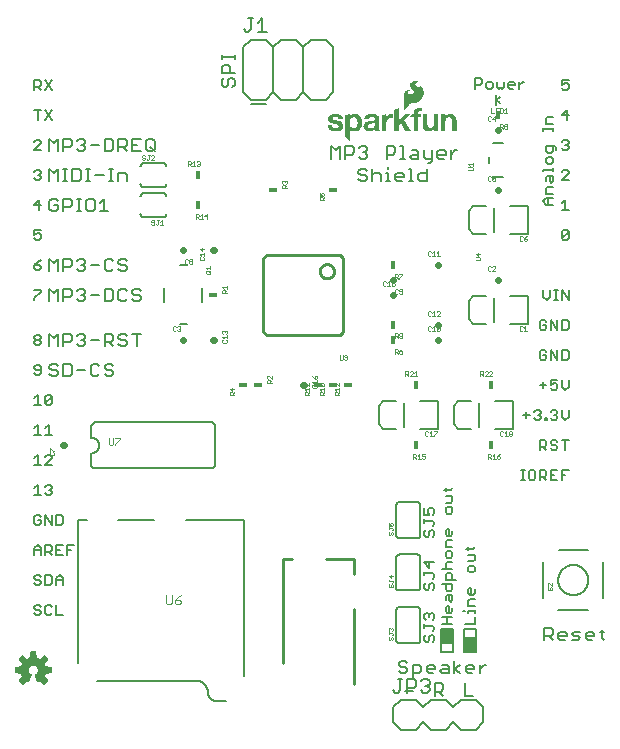
<source format=gbr>
G04 EAGLE Gerber RS-274X export*
G75*
%MOMM*%
%FSLAX34Y34*%
%LPD*%
%INSilkscreen Top*%
%IPPOS*%
%AMOC8*
5,1,8,0,0,1.08239X$1,22.5*%
G01*
%ADD10C,0.152400*%
%ADD11C,0.203200*%
%ADD12R,1.016000X1.270000*%
%ADD13C,0.025400*%
%ADD14C,0.558800*%
%ADD15C,0.127000*%
%ADD16R,0.457200X0.762000*%
%ADD17C,0.254000*%
%ADD18R,0.762000X0.457200*%
%ADD19C,0.076200*%
%ADD20C,0.050800*%

G36*
X47420Y38246D02*
X47420Y38246D01*
X47528Y38256D01*
X47541Y38262D01*
X47555Y38264D01*
X47652Y38312D01*
X47751Y38357D01*
X47764Y38368D01*
X47773Y38372D01*
X47788Y38388D01*
X47865Y38450D01*
X50450Y41035D01*
X50513Y41124D01*
X50579Y41209D01*
X50584Y41222D01*
X50592Y41234D01*
X50623Y41337D01*
X50659Y41440D01*
X50659Y41454D01*
X50663Y41467D01*
X50659Y41575D01*
X50660Y41684D01*
X50655Y41697D01*
X50655Y41711D01*
X50617Y41813D01*
X50582Y41915D01*
X50573Y41930D01*
X50569Y41939D01*
X50555Y41956D01*
X50501Y42038D01*
X47737Y45428D01*
X48294Y46510D01*
X48300Y46530D01*
X48342Y46625D01*
X48713Y47784D01*
X53064Y48227D01*
X53168Y48255D01*
X53274Y48280D01*
X53286Y48287D01*
X53299Y48290D01*
X53389Y48351D01*
X53482Y48408D01*
X53490Y48419D01*
X53502Y48427D01*
X53568Y48513D01*
X53637Y48597D01*
X53641Y48610D01*
X53650Y48621D01*
X53684Y48724D01*
X53723Y48825D01*
X53724Y48843D01*
X53728Y48852D01*
X53728Y48874D01*
X53737Y48972D01*
X53737Y52628D01*
X53720Y52735D01*
X53706Y52843D01*
X53700Y52855D01*
X53698Y52869D01*
X53646Y52965D01*
X53599Y53062D01*
X53589Y53072D01*
X53583Y53084D01*
X53503Y53158D01*
X53427Y53235D01*
X53415Y53241D01*
X53405Y53251D01*
X53306Y53296D01*
X53209Y53344D01*
X53191Y53348D01*
X53182Y53352D01*
X53161Y53354D01*
X53064Y53373D01*
X48713Y53816D01*
X48342Y54975D01*
X48333Y54992D01*
X48331Y55000D01*
X48327Y55007D01*
X48294Y55090D01*
X47737Y56172D01*
X50501Y59562D01*
X50555Y59656D01*
X50612Y59748D01*
X50615Y59761D01*
X50622Y59773D01*
X50643Y59880D01*
X50668Y59985D01*
X50666Y59999D01*
X50669Y60013D01*
X50654Y60120D01*
X50644Y60228D01*
X50638Y60241D01*
X50636Y60255D01*
X50588Y60352D01*
X50543Y60451D01*
X50532Y60464D01*
X50528Y60473D01*
X50512Y60488D01*
X50450Y60565D01*
X47865Y63150D01*
X47776Y63213D01*
X47691Y63279D01*
X47678Y63284D01*
X47666Y63292D01*
X47563Y63323D01*
X47460Y63359D01*
X47446Y63359D01*
X47433Y63363D01*
X47325Y63359D01*
X47216Y63360D01*
X47203Y63355D01*
X47189Y63355D01*
X47087Y63317D01*
X46985Y63282D01*
X46970Y63273D01*
X46961Y63269D01*
X46944Y63255D01*
X46862Y63201D01*
X43472Y60437D01*
X42390Y60994D01*
X42370Y61000D01*
X42275Y61042D01*
X41116Y61413D01*
X40673Y65764D01*
X40645Y65868D01*
X40620Y65974D01*
X40613Y65986D01*
X40610Y65999D01*
X40549Y66089D01*
X40492Y66182D01*
X40481Y66190D01*
X40473Y66202D01*
X40387Y66268D01*
X40303Y66337D01*
X40290Y66341D01*
X40279Y66350D01*
X40176Y66384D01*
X40075Y66423D01*
X40057Y66424D01*
X40048Y66428D01*
X40026Y66428D01*
X39928Y66437D01*
X36272Y66437D01*
X36165Y66420D01*
X36057Y66406D01*
X36045Y66400D01*
X36031Y66398D01*
X35935Y66346D01*
X35838Y66299D01*
X35828Y66289D01*
X35816Y66283D01*
X35742Y66203D01*
X35665Y66127D01*
X35659Y66115D01*
X35649Y66105D01*
X35604Y66006D01*
X35556Y65909D01*
X35552Y65891D01*
X35548Y65882D01*
X35546Y65861D01*
X35527Y65764D01*
X35084Y61413D01*
X33925Y61042D01*
X33907Y61032D01*
X33810Y60994D01*
X32728Y60437D01*
X29338Y63201D01*
X29244Y63255D01*
X29152Y63312D01*
X29139Y63315D01*
X29127Y63322D01*
X29020Y63343D01*
X28915Y63368D01*
X28901Y63366D01*
X28887Y63369D01*
X28780Y63354D01*
X28672Y63344D01*
X28659Y63338D01*
X28646Y63336D01*
X28548Y63288D01*
X28449Y63243D01*
X28436Y63232D01*
X28427Y63228D01*
X28412Y63212D01*
X28335Y63150D01*
X25750Y60565D01*
X25687Y60476D01*
X25621Y60391D01*
X25616Y60378D01*
X25608Y60366D01*
X25577Y60263D01*
X25541Y60160D01*
X25541Y60146D01*
X25537Y60133D01*
X25541Y60025D01*
X25540Y59916D01*
X25545Y59903D01*
X25545Y59889D01*
X25583Y59787D01*
X25618Y59685D01*
X25627Y59670D01*
X25631Y59661D01*
X25645Y59644D01*
X25699Y59562D01*
X28463Y56172D01*
X27906Y55090D01*
X27900Y55070D01*
X27858Y54975D01*
X27487Y53816D01*
X23136Y53373D01*
X23032Y53345D01*
X22926Y53320D01*
X22914Y53313D01*
X22901Y53310D01*
X22811Y53249D01*
X22718Y53192D01*
X22710Y53181D01*
X22698Y53173D01*
X22632Y53087D01*
X22564Y53003D01*
X22559Y52990D01*
X22550Y52979D01*
X22516Y52876D01*
X22477Y52775D01*
X22476Y52757D01*
X22472Y52748D01*
X22473Y52726D01*
X22463Y52628D01*
X22463Y48972D01*
X22480Y48865D01*
X22494Y48757D01*
X22500Y48745D01*
X22502Y48731D01*
X22554Y48635D01*
X22601Y48538D01*
X22611Y48528D01*
X22617Y48516D01*
X22697Y48442D01*
X22773Y48365D01*
X22785Y48359D01*
X22796Y48349D01*
X22894Y48304D01*
X22991Y48256D01*
X23009Y48252D01*
X23018Y48248D01*
X23039Y48246D01*
X23136Y48227D01*
X27487Y47784D01*
X27858Y46625D01*
X27868Y46607D01*
X27906Y46510D01*
X28463Y45428D01*
X25699Y42038D01*
X25645Y41944D01*
X25588Y41852D01*
X25585Y41839D01*
X25578Y41827D01*
X25557Y41720D01*
X25532Y41615D01*
X25534Y41601D01*
X25531Y41587D01*
X25546Y41480D01*
X25556Y41372D01*
X25562Y41359D01*
X25564Y41346D01*
X25612Y41248D01*
X25657Y41149D01*
X25668Y41136D01*
X25672Y41127D01*
X25688Y41112D01*
X25750Y41035D01*
X28335Y38450D01*
X28424Y38387D01*
X28509Y38321D01*
X28522Y38316D01*
X28534Y38308D01*
X28637Y38277D01*
X28740Y38241D01*
X28754Y38241D01*
X28767Y38237D01*
X28875Y38241D01*
X28984Y38240D01*
X28997Y38245D01*
X29011Y38245D01*
X29113Y38283D01*
X29215Y38318D01*
X29230Y38327D01*
X29239Y38331D01*
X29256Y38345D01*
X29338Y38399D01*
X32728Y41163D01*
X33810Y40606D01*
X33863Y40589D01*
X33912Y40563D01*
X33978Y40552D01*
X34042Y40531D01*
X34098Y40532D01*
X34152Y40523D01*
X34219Y40534D01*
X34286Y40535D01*
X34338Y40553D01*
X34393Y40562D01*
X34453Y40594D01*
X34516Y40617D01*
X34559Y40651D01*
X34609Y40677D01*
X34655Y40726D01*
X34707Y40768D01*
X34738Y40815D01*
X34776Y40855D01*
X34832Y40960D01*
X34840Y40973D01*
X34841Y40978D01*
X34845Y40985D01*
X36998Y46182D01*
X37018Y46266D01*
X37023Y46278D01*
X37025Y46294D01*
X37050Y46380D01*
X37049Y46400D01*
X37054Y46420D01*
X37046Y46502D01*
X37047Y46521D01*
X37043Y46541D01*
X37039Y46624D01*
X37032Y46643D01*
X37030Y46663D01*
X36998Y46732D01*
X36992Y46759D01*
X36977Y46783D01*
X36950Y46852D01*
X36937Y46867D01*
X36929Y46885D01*
X36884Y46934D01*
X36864Y46966D01*
X36832Y46992D01*
X36793Y47038D01*
X36772Y47053D01*
X36762Y47063D01*
X36741Y47075D01*
X36678Y47119D01*
X36675Y47121D01*
X36674Y47121D01*
X36672Y47123D01*
X35788Y47618D01*
X35109Y48245D01*
X34595Y49014D01*
X34275Y49882D01*
X34167Y50799D01*
X34280Y51734D01*
X34611Y52615D01*
X35143Y53392D01*
X35844Y54021D01*
X36674Y54464D01*
X37586Y54698D01*
X38528Y54708D01*
X39444Y54494D01*
X40284Y54069D01*
X40998Y53456D01*
X41547Y52691D01*
X41898Y51817D01*
X42031Y50885D01*
X41939Y49948D01*
X41627Y49060D01*
X41112Y48272D01*
X40425Y47628D01*
X39526Y47122D01*
X39486Y47089D01*
X39444Y47067D01*
X39413Y47034D01*
X39365Y46999D01*
X39352Y46982D01*
X39336Y46969D01*
X39301Y46915D01*
X39277Y46889D01*
X39264Y46858D01*
X39222Y46801D01*
X39216Y46781D01*
X39205Y46763D01*
X39187Y46690D01*
X39177Y46667D01*
X39174Y46643D01*
X39151Y46568D01*
X39152Y46547D01*
X39147Y46526D01*
X39154Y46442D01*
X39153Y46424D01*
X39156Y46408D01*
X39159Y46324D01*
X39167Y46298D01*
X39168Y46283D01*
X39178Y46261D01*
X39202Y46182D01*
X39510Y45437D01*
X39511Y45437D01*
X39821Y44688D01*
X40131Y43939D01*
X40131Y43938D01*
X40442Y43190D01*
X40442Y43189D01*
X40752Y42440D01*
X41062Y41691D01*
X41063Y41691D01*
X41355Y40985D01*
X41384Y40938D01*
X41405Y40886D01*
X41448Y40835D01*
X41484Y40778D01*
X41527Y40743D01*
X41563Y40700D01*
X41620Y40666D01*
X41672Y40623D01*
X41724Y40604D01*
X41772Y40575D01*
X41838Y40561D01*
X41901Y40537D01*
X41956Y40535D01*
X42010Y40524D01*
X42077Y40531D01*
X42144Y40529D01*
X42198Y40545D01*
X42253Y40552D01*
X42364Y40596D01*
X42378Y40600D01*
X42382Y40603D01*
X42390Y40606D01*
X43472Y41163D01*
X46862Y38399D01*
X46956Y38345D01*
X47048Y38288D01*
X47061Y38285D01*
X47073Y38278D01*
X47180Y38257D01*
X47285Y38232D01*
X47299Y38234D01*
X47313Y38231D01*
X47420Y38246D01*
G37*
G36*
X351912Y524337D02*
X351912Y524337D01*
X351914Y524337D01*
X352114Y524637D01*
X352414Y524936D01*
X352414Y524937D01*
X352714Y525337D01*
X353214Y525836D01*
X353214Y525837D01*
X353714Y526437D01*
X354314Y527036D01*
X354314Y527037D01*
X354814Y527737D01*
X356114Y529036D01*
X356114Y529037D01*
X356614Y529636D01*
X357113Y530036D01*
X357613Y530436D01*
X358112Y530735D01*
X358710Y530835D01*
X360610Y530835D01*
X360611Y530835D01*
X361811Y531035D01*
X362911Y531335D01*
X362912Y531336D01*
X362912Y531335D01*
X363912Y531735D01*
X363912Y531736D01*
X363913Y531736D01*
X364913Y532336D01*
X365713Y533036D01*
X365714Y533036D01*
X366514Y533836D01*
X366514Y533837D01*
X367214Y534737D01*
X367214Y534738D01*
X368214Y536538D01*
X368215Y536539D01*
X368715Y538339D01*
X368714Y538339D01*
X368715Y538340D01*
X368815Y540140D01*
X368815Y540141D01*
X368515Y541741D01*
X368514Y541741D01*
X368515Y541742D01*
X368015Y543142D01*
X368014Y543142D01*
X368014Y543143D01*
X367314Y544343D01*
X366514Y545243D01*
X366513Y545243D01*
X366512Y545244D01*
X365712Y545644D01*
X365711Y545644D01*
X365711Y545645D01*
X365709Y545644D01*
X365706Y545643D01*
X365706Y545641D01*
X365705Y545640D01*
X365705Y544841D01*
X365605Y544542D01*
X365506Y544243D01*
X365208Y544045D01*
X364909Y543945D01*
X364211Y543945D01*
X363412Y544344D01*
X363113Y544544D01*
X362713Y544844D01*
X362413Y545044D01*
X362114Y545343D01*
X361914Y545742D01*
X361914Y545743D01*
X361715Y546042D01*
X361615Y546441D01*
X361615Y546442D01*
X361515Y546740D01*
X361615Y547038D01*
X361714Y547238D01*
X361715Y547238D01*
X361815Y547538D01*
X362014Y547837D01*
X362413Y548136D01*
X362812Y548335D01*
X363311Y548435D01*
X363711Y548535D01*
X364009Y548535D01*
X364308Y548435D01*
X364309Y548436D01*
X364310Y548435D01*
X364610Y548435D01*
X364611Y548436D01*
X364613Y548436D01*
X364613Y548438D01*
X364615Y548439D01*
X364613Y548441D01*
X364614Y548444D01*
X364514Y548544D01*
X364513Y548544D01*
X364113Y548844D01*
X364112Y548844D01*
X363512Y549144D01*
X363512Y549145D01*
X362712Y549445D01*
X361812Y549745D01*
X361811Y549744D01*
X361810Y549745D01*
X360810Y549745D01*
X360809Y549745D01*
X359709Y549545D01*
X359708Y549544D01*
X358608Y548944D01*
X358607Y548944D01*
X357707Y548144D01*
X357707Y548143D01*
X357706Y548143D01*
X357206Y547443D01*
X357206Y547442D01*
X357205Y547442D01*
X356905Y546542D01*
X356905Y546541D01*
X356906Y546541D01*
X356905Y546540D01*
X356905Y545740D01*
X356906Y545739D01*
X356905Y545739D01*
X357105Y544839D01*
X357106Y544838D01*
X357606Y543938D01*
X357606Y543937D01*
X358306Y543137D01*
X359106Y542237D01*
X359806Y541437D01*
X360105Y540739D01*
X360105Y540041D01*
X359906Y539443D01*
X359507Y538944D01*
X358908Y538545D01*
X358109Y538345D01*
X357310Y538345D01*
X356811Y538445D01*
X356312Y538644D01*
X356013Y538844D01*
X355714Y539143D01*
X355515Y539542D01*
X355415Y539841D01*
X355415Y540139D01*
X355515Y540438D01*
X355714Y540737D01*
X356113Y541136D01*
X356412Y541235D01*
X356412Y541236D01*
X356812Y541436D01*
X356813Y541437D01*
X356814Y541436D01*
X356914Y541536D01*
X356914Y541537D01*
X356914Y541539D01*
X356914Y541543D01*
X356913Y541543D01*
X356912Y541544D01*
X356712Y541644D01*
X356711Y541644D01*
X356710Y541645D01*
X356511Y541645D01*
X356111Y541745D01*
X356110Y541744D01*
X356110Y541745D01*
X355310Y541745D01*
X355309Y541745D01*
X354709Y541645D01*
X354709Y541644D01*
X354708Y541645D01*
X353708Y541245D01*
X353708Y541244D01*
X353707Y541244D01*
X353307Y540944D01*
X352807Y540644D01*
X352807Y540643D01*
X352806Y540643D01*
X352506Y540143D01*
X352506Y540142D01*
X352206Y539542D01*
X352205Y539542D01*
X352005Y538942D01*
X352006Y538941D01*
X352005Y538941D01*
X351805Y537141D01*
X351805Y537140D01*
X351805Y524340D01*
X351809Y524335D01*
X351810Y524335D01*
X351910Y524335D01*
X351912Y524337D01*
G37*
G36*
X306111Y498836D02*
X306111Y498836D01*
X306113Y498836D01*
X306113Y498838D01*
X306115Y498840D01*
X306115Y509035D01*
X306208Y509035D01*
X306606Y508537D01*
X307006Y508037D01*
X307007Y508037D01*
X307007Y508036D01*
X308007Y507436D01*
X308008Y507436D01*
X308608Y507136D01*
X308609Y507136D01*
X308609Y507135D01*
X310409Y506835D01*
X310410Y506836D01*
X310411Y506835D01*
X311911Y507035D01*
X311911Y507036D01*
X311912Y507035D01*
X313112Y507435D01*
X313112Y507436D01*
X313113Y507436D01*
X314213Y508236D01*
X314213Y508237D01*
X314214Y508236D01*
X315114Y509136D01*
X315114Y509137D01*
X315114Y509138D01*
X315714Y510238D01*
X315715Y510238D01*
X316215Y511438D01*
X316214Y511439D01*
X316215Y511439D01*
X316515Y512739D01*
X316515Y512740D01*
X316517Y512763D01*
X316517Y512764D01*
X316518Y512778D01*
X316522Y512833D01*
X316523Y512848D01*
X316527Y512903D01*
X316528Y512918D01*
X316532Y512972D01*
X316533Y512987D01*
X316537Y513042D01*
X316538Y513057D01*
X316542Y513111D01*
X316543Y513126D01*
X316546Y513181D01*
X316547Y513181D01*
X316546Y513181D01*
X316548Y513196D01*
X316551Y513250D01*
X316553Y513265D01*
X316556Y513320D01*
X316557Y513335D01*
X316558Y513335D01*
X316561Y513390D01*
X316562Y513404D01*
X316566Y513459D01*
X316567Y513474D01*
X316571Y513529D01*
X316572Y513544D01*
X316576Y513598D01*
X316577Y513613D01*
X316581Y513668D01*
X316582Y513683D01*
X316586Y513737D01*
X316587Y513752D01*
X316591Y513807D01*
X316592Y513822D01*
X316596Y513876D01*
X316596Y513877D01*
X316597Y513891D01*
X316601Y513946D01*
X316602Y513961D01*
X316606Y514016D01*
X316607Y514031D01*
X316611Y514085D01*
X316612Y514100D01*
X316615Y514140D01*
X316515Y515640D01*
X316515Y515641D01*
X316215Y517041D01*
X315815Y518341D01*
X315814Y518342D01*
X315814Y518343D01*
X315114Y519443D01*
X314214Y520443D01*
X314213Y520443D01*
X314213Y520444D01*
X313113Y521144D01*
X313112Y521144D01*
X313112Y521145D01*
X311712Y521645D01*
X311711Y521644D01*
X311710Y521645D01*
X311687Y521647D01*
X311686Y521647D01*
X311612Y521652D01*
X311538Y521657D01*
X311537Y521657D01*
X311463Y521661D01*
X311388Y521666D01*
X311314Y521671D01*
X311239Y521676D01*
X311165Y521681D01*
X311090Y521686D01*
X311016Y521691D01*
X310941Y521696D01*
X310867Y521701D01*
X310792Y521706D01*
X310718Y521711D01*
X310643Y521716D01*
X310569Y521721D01*
X310568Y521721D01*
X310494Y521726D01*
X310420Y521731D01*
X310419Y521731D01*
X310345Y521736D01*
X310270Y521741D01*
X310210Y521745D01*
X309510Y521745D01*
X309509Y521745D01*
X308309Y521545D01*
X308308Y521544D01*
X308307Y521544D01*
X307307Y520944D01*
X306807Y520544D01*
X306806Y520544D01*
X306406Y520144D01*
X306406Y520143D01*
X306015Y519654D01*
X306015Y521440D01*
X306014Y521441D01*
X306011Y521445D01*
X306010Y521444D01*
X306009Y521445D01*
X305009Y521245D01*
X304609Y521145D01*
X304109Y521045D01*
X303709Y520945D01*
X303210Y520945D01*
X303209Y520945D01*
X302709Y520845D01*
X302309Y520745D01*
X302306Y520741D01*
X302305Y520740D01*
X302305Y502240D01*
X302307Y502238D01*
X302307Y502236D01*
X302807Y501836D01*
X303706Y500936D01*
X303707Y500936D01*
X305207Y499736D01*
X306106Y498836D01*
X306108Y498836D01*
X306109Y498835D01*
X306111Y498836D01*
G37*
G36*
X323211Y506836D02*
X323211Y506836D01*
X323212Y506835D01*
X323511Y506935D01*
X323910Y506935D01*
X323911Y506936D01*
X323912Y506935D01*
X324211Y507035D01*
X324510Y507035D01*
X324511Y507036D01*
X324512Y507035D01*
X325712Y507435D01*
X325712Y507436D01*
X325713Y507436D01*
X326012Y507636D01*
X326312Y507735D01*
X326312Y507736D01*
X326313Y507736D01*
X326613Y507936D01*
X326613Y507937D01*
X326614Y507936D01*
X326813Y508136D01*
X327113Y508336D01*
X327113Y508337D01*
X327114Y508337D01*
X327305Y508624D01*
X327305Y508040D01*
X327307Y508038D01*
X327306Y508036D01*
X327405Y507938D01*
X327405Y507640D01*
X327407Y507638D01*
X327406Y507636D01*
X327505Y507538D01*
X327505Y507440D01*
X327507Y507438D01*
X327506Y507436D01*
X327605Y507338D01*
X327605Y507240D01*
X327609Y507235D01*
X327610Y507235D01*
X331510Y507235D01*
X331515Y507239D01*
X331515Y507240D01*
X331515Y507340D01*
X331513Y507342D01*
X331514Y507344D01*
X331414Y507443D01*
X331315Y507641D01*
X331315Y507940D01*
X331314Y507941D01*
X331314Y507942D01*
X331215Y508141D01*
X331215Y508340D01*
X331214Y508341D01*
X331214Y508342D01*
X331115Y508541D01*
X331115Y509440D01*
X331114Y509441D01*
X331114Y509442D01*
X331015Y509641D01*
X331015Y518340D01*
X331015Y518341D01*
X330915Y518841D01*
X330914Y518841D01*
X330915Y518842D01*
X330715Y519342D01*
X330714Y519342D01*
X330514Y519742D01*
X330514Y519743D01*
X330214Y520143D01*
X330213Y520143D01*
X330213Y520144D01*
X329013Y521044D01*
X329012Y521044D01*
X329012Y521045D01*
X328512Y521245D01*
X328511Y521244D01*
X328511Y521245D01*
X328011Y521345D01*
X327512Y521545D01*
X327511Y521544D01*
X327511Y521545D01*
X327011Y521645D01*
X327010Y521645D01*
X326410Y521645D01*
X325911Y521745D01*
X325910Y521745D01*
X323610Y521745D01*
X323609Y521745D01*
X323109Y521645D01*
X322509Y521545D01*
X322509Y521544D01*
X322508Y521545D01*
X321909Y521345D01*
X321409Y521245D01*
X321409Y521244D01*
X321408Y521245D01*
X320908Y521045D01*
X320908Y521044D01*
X320907Y521044D01*
X319907Y520444D01*
X319507Y520144D01*
X319507Y520143D01*
X319506Y520143D01*
X319206Y519743D01*
X318906Y519243D01*
X318606Y518843D01*
X318606Y518842D01*
X318605Y518842D01*
X318405Y518242D01*
X318406Y518241D01*
X318405Y518241D01*
X318405Y518239D01*
X318403Y518229D01*
X318401Y518219D01*
X318400Y518209D01*
X318398Y518199D01*
X318397Y518189D01*
X318396Y518189D01*
X318397Y518189D01*
X318395Y518179D01*
X318393Y518169D01*
X318392Y518159D01*
X318390Y518150D01*
X318390Y518149D01*
X318388Y518140D01*
X318387Y518130D01*
X318385Y518120D01*
X318383Y518110D01*
X318382Y518100D01*
X318380Y518090D01*
X318378Y518080D01*
X318377Y518070D01*
X318375Y518060D01*
X318373Y518050D01*
X318372Y518040D01*
X318370Y518030D01*
X318368Y518020D01*
X318367Y518010D01*
X318365Y518000D01*
X318363Y517991D01*
X318363Y517990D01*
X318362Y517981D01*
X318360Y517971D01*
X318358Y517961D01*
X318357Y517951D01*
X318355Y517941D01*
X318353Y517931D01*
X318352Y517921D01*
X318350Y517911D01*
X318348Y517901D01*
X318347Y517891D01*
X318345Y517881D01*
X318344Y517871D01*
X318343Y517871D01*
X318344Y517871D01*
X318342Y517861D01*
X318340Y517851D01*
X318339Y517841D01*
X318337Y517832D01*
X318337Y517831D01*
X318335Y517822D01*
X318334Y517812D01*
X318332Y517802D01*
X318330Y517792D01*
X318329Y517782D01*
X318327Y517772D01*
X318325Y517762D01*
X318324Y517752D01*
X318322Y517742D01*
X318320Y517732D01*
X318319Y517722D01*
X318317Y517712D01*
X318315Y517702D01*
X318314Y517692D01*
X318312Y517682D01*
X318310Y517673D01*
X318310Y517672D01*
X318309Y517663D01*
X318307Y517653D01*
X318305Y517643D01*
X318305Y517641D01*
X318304Y517633D01*
X318302Y517623D01*
X318300Y517613D01*
X318299Y517603D01*
X318297Y517593D01*
X318295Y517583D01*
X318294Y517573D01*
X318292Y517563D01*
X318291Y517553D01*
X318290Y517553D01*
X318291Y517553D01*
X318289Y517543D01*
X318287Y517533D01*
X318286Y517523D01*
X318284Y517514D01*
X318284Y517513D01*
X318282Y517504D01*
X318281Y517494D01*
X318279Y517484D01*
X318277Y517474D01*
X318276Y517464D01*
X318274Y517454D01*
X318272Y517444D01*
X318271Y517434D01*
X318269Y517424D01*
X318267Y517414D01*
X318266Y517404D01*
X318264Y517394D01*
X318262Y517384D01*
X318261Y517374D01*
X318259Y517364D01*
X318257Y517355D01*
X318257Y517354D01*
X318256Y517345D01*
X318254Y517335D01*
X318252Y517325D01*
X318251Y517315D01*
X318249Y517305D01*
X318247Y517295D01*
X318246Y517285D01*
X318244Y517275D01*
X318242Y517265D01*
X318241Y517255D01*
X318239Y517245D01*
X318238Y517235D01*
X318237Y517235D01*
X318238Y517235D01*
X318236Y517225D01*
X318234Y517215D01*
X318233Y517205D01*
X318231Y517196D01*
X318231Y517195D01*
X318229Y517186D01*
X318228Y517176D01*
X318226Y517166D01*
X318224Y517156D01*
X318223Y517146D01*
X318221Y517136D01*
X318219Y517126D01*
X318218Y517116D01*
X318216Y517106D01*
X318214Y517096D01*
X318213Y517086D01*
X318211Y517076D01*
X318209Y517066D01*
X318208Y517056D01*
X318206Y517046D01*
X318205Y517041D01*
X318206Y517040D01*
X318209Y517035D01*
X318209Y517036D01*
X318210Y517035D01*
X322110Y517035D01*
X322115Y517039D01*
X322115Y517040D01*
X322115Y517539D01*
X322214Y517738D01*
X322215Y517738D01*
X322315Y518038D01*
X322414Y518237D01*
X322813Y518636D01*
X323811Y519135D01*
X325609Y519135D01*
X325808Y519036D01*
X325809Y519036D01*
X325810Y519035D01*
X326009Y519035D01*
X326606Y518736D01*
X326706Y518538D01*
X326707Y518537D01*
X326706Y518536D01*
X326806Y518437D01*
X327105Y517839D01*
X327105Y516742D01*
X326807Y516344D01*
X326308Y516045D01*
X325709Y515845D01*
X325009Y515645D01*
X324309Y515545D01*
X321609Y515245D01*
X320809Y515045D01*
X320808Y515045D01*
X320008Y514745D01*
X320008Y514744D01*
X319308Y514344D01*
X319307Y514344D01*
X318607Y513744D01*
X318607Y513743D01*
X318606Y513742D01*
X318206Y513042D01*
X318205Y513042D01*
X317905Y512142D01*
X317905Y512141D01*
X317705Y511041D01*
X317706Y511040D01*
X317705Y511039D01*
X317805Y510540D01*
X317805Y510040D01*
X317806Y510039D01*
X317806Y510038D01*
X318005Y509638D01*
X318105Y509139D01*
X318106Y509138D01*
X318106Y509137D01*
X318306Y508837D01*
X318606Y508437D01*
X318806Y508137D01*
X318807Y508137D01*
X318806Y508136D01*
X319106Y507836D01*
X319108Y507836D01*
X319508Y507636D01*
X319807Y507436D01*
X319808Y507436D01*
X320208Y507236D01*
X320208Y507235D01*
X320708Y507035D01*
X320709Y507036D01*
X320709Y507035D01*
X321109Y506935D01*
X321110Y506936D01*
X321110Y506935D01*
X321610Y506935D01*
X322109Y506835D01*
X322110Y506835D01*
X323210Y506835D01*
X323211Y506836D01*
G37*
G36*
X347715Y507239D02*
X347715Y507239D01*
X347715Y507240D01*
X347715Y512138D01*
X349209Y513532D01*
X353106Y507237D01*
X353109Y507236D01*
X353110Y507235D01*
X357810Y507235D01*
X357811Y507236D01*
X357812Y507236D01*
X357813Y507237D01*
X357815Y507239D01*
X357814Y507241D01*
X357814Y507243D01*
X351916Y516239D01*
X357214Y521436D01*
X357214Y521438D01*
X357215Y521439D01*
X357214Y521441D01*
X357214Y521443D01*
X357212Y521443D01*
X357210Y521445D01*
X352610Y521445D01*
X352608Y521443D01*
X352606Y521443D01*
X347715Y516352D01*
X347715Y526740D01*
X347714Y526741D01*
X347715Y526742D01*
X347713Y526742D01*
X347711Y526745D01*
X347709Y526744D01*
X347708Y526744D01*
X343808Y524644D01*
X343807Y524642D01*
X343806Y524641D01*
X343805Y524640D01*
X343805Y507240D01*
X343809Y507235D01*
X343810Y507235D01*
X347710Y507235D01*
X347715Y507239D01*
G37*
G36*
X387115Y507239D02*
X387115Y507239D01*
X387115Y507240D01*
X387115Y515640D01*
X387215Y516539D01*
X387514Y517238D01*
X387814Y517737D01*
X388213Y518236D01*
X388712Y518535D01*
X389311Y518635D01*
X390110Y518735D01*
X390709Y518635D01*
X391208Y518535D01*
X391707Y518236D01*
X392006Y517837D01*
X392305Y517338D01*
X392405Y516739D01*
X392505Y516039D01*
X392605Y515240D01*
X392605Y507240D01*
X392609Y507235D01*
X392610Y507235D01*
X396510Y507235D01*
X396515Y507239D01*
X396515Y507240D01*
X396515Y515940D01*
X396415Y517240D01*
X396415Y517241D01*
X396215Y518341D01*
X395915Y519341D01*
X395914Y519342D01*
X395914Y519343D01*
X395414Y520143D01*
X395414Y520144D01*
X394714Y520844D01*
X394713Y520844D01*
X394712Y520844D01*
X393812Y521344D01*
X393811Y521345D01*
X392711Y521645D01*
X392710Y521645D01*
X392649Y521649D01*
X392579Y521654D01*
X392510Y521659D01*
X392440Y521664D01*
X392371Y521669D01*
X392370Y521669D01*
X392301Y521674D01*
X392231Y521679D01*
X392162Y521684D01*
X392092Y521689D01*
X392023Y521694D01*
X391953Y521699D01*
X391884Y521704D01*
X391883Y521704D01*
X391814Y521709D01*
X391744Y521714D01*
X391675Y521719D01*
X391605Y521724D01*
X391536Y521729D01*
X391466Y521734D01*
X391397Y521739D01*
X391327Y521744D01*
X391310Y521745D01*
X390710Y521745D01*
X390709Y521745D01*
X390109Y521645D01*
X390109Y521644D01*
X390108Y521645D01*
X388908Y521245D01*
X388908Y521244D01*
X388907Y521244D01*
X388307Y520844D01*
X387807Y520444D01*
X387806Y520444D01*
X387406Y520044D01*
X387406Y520043D01*
X387007Y519445D01*
X386915Y519445D01*
X386915Y521440D01*
X386911Y521445D01*
X386910Y521445D01*
X383210Y521445D01*
X383205Y521441D01*
X383205Y521440D01*
X383205Y507240D01*
X383209Y507235D01*
X383210Y507235D01*
X387110Y507235D01*
X387115Y507239D01*
G37*
G36*
X373010Y506836D02*
X373010Y506836D01*
X373011Y506835D01*
X373611Y506935D01*
X374311Y507035D01*
X374311Y507036D01*
X374312Y507035D01*
X374912Y507235D01*
X375412Y507435D01*
X375412Y507436D01*
X376012Y507736D01*
X376013Y507736D01*
X376513Y508136D01*
X376513Y508137D01*
X376514Y508137D01*
X376914Y508637D01*
X377313Y509235D01*
X377405Y509235D01*
X377405Y507240D01*
X377409Y507235D01*
X377410Y507235D01*
X381110Y507235D01*
X381115Y507239D01*
X381115Y507240D01*
X381115Y521440D01*
X381111Y521445D01*
X381110Y521445D01*
X377210Y521445D01*
X377205Y521441D01*
X377205Y521440D01*
X377205Y512940D01*
X377204Y512932D01*
X377203Y512927D01*
X377203Y512922D01*
X377199Y512893D01*
X377198Y512888D01*
X377198Y512883D01*
X377194Y512853D01*
X377193Y512848D01*
X377193Y512843D01*
X377189Y512813D01*
X377189Y512808D01*
X377188Y512808D01*
X377189Y512808D01*
X377188Y512803D01*
X377184Y512773D01*
X377184Y512768D01*
X377183Y512763D01*
X377179Y512734D01*
X377179Y512729D01*
X377178Y512724D01*
X377174Y512694D01*
X377174Y512689D01*
X377173Y512684D01*
X377169Y512654D01*
X377169Y512649D01*
X377168Y512644D01*
X377164Y512614D01*
X377164Y512609D01*
X377163Y512604D01*
X377159Y512575D01*
X377159Y512570D01*
X377158Y512565D01*
X377154Y512535D01*
X377154Y512530D01*
X377153Y512525D01*
X377149Y512495D01*
X377149Y512490D01*
X377148Y512485D01*
X377144Y512455D01*
X377144Y512450D01*
X377143Y512445D01*
X377139Y512416D01*
X377139Y512411D01*
X377138Y512406D01*
X377134Y512376D01*
X377134Y512371D01*
X377133Y512366D01*
X377130Y512336D01*
X377129Y512336D01*
X377130Y512336D01*
X377129Y512331D01*
X377128Y512326D01*
X377125Y512296D01*
X377124Y512291D01*
X377123Y512286D01*
X377120Y512257D01*
X377119Y512252D01*
X377118Y512247D01*
X377115Y512217D01*
X377114Y512212D01*
X377113Y512207D01*
X377110Y512177D01*
X377109Y512172D01*
X377108Y512167D01*
X377105Y512141D01*
X376805Y511442D01*
X376506Y510843D01*
X376107Y510444D01*
X375608Y510145D01*
X375009Y510045D01*
X374210Y509945D01*
X373611Y510045D01*
X373112Y510145D01*
X372613Y510444D01*
X372314Y510843D01*
X372015Y511242D01*
X371915Y511841D01*
X371715Y513440D01*
X371715Y521440D01*
X371711Y521445D01*
X371710Y521445D01*
X367910Y521445D01*
X367905Y521441D01*
X367905Y521440D01*
X367905Y511440D01*
X367905Y511439D01*
X368105Y510339D01*
X368405Y509339D01*
X368406Y509338D01*
X368906Y508438D01*
X368907Y508437D01*
X368907Y508436D01*
X369607Y507836D01*
X369608Y507836D01*
X370508Y507336D01*
X370508Y507335D01*
X371608Y506935D01*
X371609Y506936D01*
X371610Y506935D01*
X373010Y506835D01*
X373010Y506836D01*
G37*
G36*
X295410Y506935D02*
X295410Y506935D01*
X295411Y506935D01*
X296611Y507135D01*
X297711Y507435D01*
X297712Y507436D01*
X298712Y507936D01*
X298713Y507936D01*
X299513Y508636D01*
X299513Y508637D01*
X299514Y508637D01*
X300114Y509437D01*
X300114Y509438D01*
X300115Y509438D01*
X300515Y510538D01*
X300514Y510539D01*
X300515Y510539D01*
X300715Y511839D01*
X300714Y511840D01*
X300715Y511841D01*
X300615Y512741D01*
X300614Y512741D01*
X300615Y512742D01*
X300315Y513442D01*
X300314Y513442D01*
X300314Y513443D01*
X299914Y514043D01*
X299913Y514043D01*
X299913Y514044D01*
X299313Y514544D01*
X299312Y514544D01*
X297912Y515344D01*
X297911Y515345D01*
X297011Y515545D01*
X294611Y516145D01*
X293811Y516245D01*
X293212Y516445D01*
X292613Y516744D01*
X292214Y517044D01*
X291915Y517442D01*
X291815Y517841D01*
X291815Y518239D01*
X292014Y518537D01*
X292213Y518836D01*
X292511Y518935D01*
X292911Y519035D01*
X292912Y519035D01*
X293211Y519135D01*
X294909Y519135D01*
X295408Y518936D01*
X295808Y518736D01*
X296106Y518536D01*
X296306Y518238D01*
X296505Y517739D01*
X296605Y517239D01*
X296609Y517236D01*
X296610Y517235D01*
X300310Y517235D01*
X300311Y517236D01*
X300315Y517239D01*
X300314Y517240D01*
X300315Y517241D01*
X300115Y518441D01*
X300114Y518441D01*
X300114Y518442D01*
X299614Y519442D01*
X299614Y519443D01*
X299014Y520243D01*
X299013Y520243D01*
X299013Y520244D01*
X298213Y520844D01*
X298212Y520844D01*
X298212Y520845D01*
X297312Y521245D01*
X297312Y521244D01*
X297311Y521245D01*
X296311Y521545D01*
X295211Y521745D01*
X295210Y521745D01*
X292910Y521745D01*
X292909Y521745D01*
X291809Y521545D01*
X290809Y521345D01*
X290809Y521344D01*
X290808Y521344D01*
X289808Y520844D01*
X289807Y520844D01*
X289107Y520244D01*
X289107Y520243D01*
X289106Y520243D01*
X288406Y519443D01*
X288406Y519442D01*
X288405Y519442D01*
X288005Y518442D01*
X288006Y518441D01*
X288005Y518440D01*
X287905Y517240D01*
X287905Y517239D01*
X288005Y516339D01*
X288006Y516339D01*
X288005Y516338D01*
X288305Y515638D01*
X288306Y515638D01*
X288306Y515637D01*
X288706Y515037D01*
X288707Y515037D01*
X288707Y515036D01*
X289307Y514636D01*
X289308Y514636D01*
X290008Y514236D01*
X290008Y514235D01*
X290708Y513935D01*
X291508Y513635D01*
X291509Y513636D01*
X291509Y513635D01*
X292409Y513435D01*
X293409Y513235D01*
X295009Y512835D01*
X295608Y512635D01*
X296107Y512336D01*
X296506Y512037D01*
X296705Y511638D01*
X296805Y511240D01*
X296705Y510841D01*
X296606Y510443D01*
X296307Y510144D01*
X295907Y509844D01*
X295508Y509645D01*
X295109Y509545D01*
X294710Y509545D01*
X294709Y509544D01*
X294709Y509545D01*
X294310Y509445D01*
X293711Y509545D01*
X293211Y509645D01*
X292612Y509745D01*
X292213Y510044D01*
X291814Y510344D01*
X291514Y510743D01*
X291315Y511241D01*
X291315Y511840D01*
X291311Y511845D01*
X291310Y511845D01*
X287610Y511845D01*
X287605Y511841D01*
X287606Y511840D01*
X287605Y511839D01*
X287805Y510539D01*
X287806Y510539D01*
X287805Y510538D01*
X288205Y509538D01*
X288206Y509538D01*
X288206Y509537D01*
X288906Y508637D01*
X288907Y508637D01*
X288907Y508636D01*
X289707Y507936D01*
X289708Y507936D01*
X290708Y507436D01*
X290709Y507435D01*
X291809Y507135D01*
X293009Y506935D01*
X293010Y506935D01*
X294210Y506835D01*
X295410Y506935D01*
G37*
G36*
X364015Y507239D02*
X364015Y507239D01*
X364015Y507240D01*
X364015Y518835D01*
X366710Y518835D01*
X366715Y518839D01*
X366715Y518840D01*
X366715Y521440D01*
X366711Y521445D01*
X366710Y521445D01*
X364015Y521445D01*
X364015Y522239D01*
X364115Y522639D01*
X364114Y522640D01*
X364115Y522640D01*
X364115Y523039D01*
X364214Y523238D01*
X364413Y523536D01*
X364812Y523735D01*
X365211Y523835D01*
X366910Y523835D01*
X366915Y523839D01*
X366915Y523840D01*
X366915Y526640D01*
X366913Y526643D01*
X366912Y526644D01*
X366712Y526744D01*
X366711Y526744D01*
X366710Y526745D01*
X363810Y526745D01*
X363809Y526744D01*
X363809Y526745D01*
X362809Y526445D01*
X362808Y526444D01*
X362008Y526044D01*
X362007Y526044D01*
X361307Y525544D01*
X361307Y525543D01*
X361306Y525543D01*
X360806Y524943D01*
X360806Y524942D01*
X360805Y524942D01*
X360505Y524242D01*
X360205Y523442D01*
X360206Y523441D01*
X360205Y523440D01*
X360205Y521445D01*
X359010Y521445D01*
X359008Y521443D01*
X359006Y521443D01*
X358706Y521044D01*
X358307Y520744D01*
X358306Y520744D01*
X356707Y519144D01*
X356307Y518844D01*
X356307Y518842D01*
X356305Y518841D01*
X356306Y518840D01*
X356306Y518838D01*
X356308Y518837D01*
X356310Y518835D01*
X360205Y518835D01*
X360205Y507240D01*
X360209Y507235D01*
X360210Y507235D01*
X364010Y507235D01*
X364015Y507239D01*
G37*
G36*
X337115Y507239D02*
X337115Y507239D01*
X337115Y507240D01*
X337115Y514539D01*
X337315Y515439D01*
X337515Y516138D01*
X337914Y516837D01*
X338413Y517436D01*
X339112Y517835D01*
X339911Y518035D01*
X340911Y518135D01*
X342009Y518135D01*
X342208Y518036D01*
X342209Y518036D01*
X342210Y518035D01*
X342310Y518035D01*
X342315Y518039D01*
X342315Y518040D01*
X342315Y521640D01*
X342311Y521645D01*
X342310Y521645D01*
X342212Y521645D01*
X342114Y521744D01*
X342111Y521744D01*
X342110Y521745D01*
X340710Y521745D01*
X340709Y521744D01*
X340709Y521745D01*
X340009Y521545D01*
X340008Y521545D01*
X339408Y521345D01*
X339408Y521344D01*
X338708Y520944D01*
X338707Y520944D01*
X338207Y520544D01*
X338207Y520543D01*
X338206Y520543D01*
X337706Y519943D01*
X337306Y519443D01*
X337306Y519442D01*
X336915Y518759D01*
X336915Y521440D01*
X336915Y521441D01*
X336914Y521441D01*
X336911Y521445D01*
X336910Y521444D01*
X336909Y521445D01*
X336509Y521345D01*
X336009Y521245D01*
X335509Y521145D01*
X335109Y521045D01*
X334610Y520945D01*
X334110Y520945D01*
X334109Y520944D01*
X334109Y520945D01*
X333709Y520845D01*
X333209Y520745D01*
X333207Y520742D01*
X333205Y520741D01*
X333206Y520740D01*
X333205Y520740D01*
X333205Y507240D01*
X333209Y507235D01*
X333210Y507235D01*
X337110Y507235D01*
X337115Y507239D01*
G37*
%LPC*%
G36*
X308511Y509945D02*
X308511Y509945D01*
X307812Y510144D01*
X307213Y510644D01*
X306714Y511143D01*
X306415Y511842D01*
X306215Y512641D01*
X306015Y513441D01*
X306015Y515140D01*
X306016Y515152D01*
X306017Y515152D01*
X306017Y515157D01*
X306018Y515162D01*
X306018Y515167D01*
X306021Y515192D01*
X306022Y515196D01*
X306022Y515197D01*
X306023Y515201D01*
X306023Y515206D01*
X306026Y515231D01*
X306027Y515236D01*
X306028Y515241D01*
X306028Y515246D01*
X306031Y515271D01*
X306032Y515276D01*
X306033Y515281D01*
X306033Y515286D01*
X306036Y515311D01*
X306037Y515316D01*
X306038Y515321D01*
X306038Y515326D01*
X306041Y515351D01*
X306042Y515355D01*
X306042Y515356D01*
X306043Y515360D01*
X306043Y515365D01*
X306046Y515390D01*
X306047Y515395D01*
X306048Y515400D01*
X306048Y515405D01*
X306051Y515430D01*
X306052Y515435D01*
X306053Y515440D01*
X306053Y515445D01*
X306056Y515470D01*
X306057Y515475D01*
X306057Y515480D01*
X306058Y515480D01*
X306057Y515480D01*
X306058Y515485D01*
X306061Y515510D01*
X306062Y515514D01*
X306062Y515515D01*
X306062Y515519D01*
X306063Y515524D01*
X306066Y515549D01*
X306067Y515554D01*
X306067Y515559D01*
X306068Y515564D01*
X306071Y515589D01*
X306072Y515594D01*
X306072Y515599D01*
X306073Y515604D01*
X306076Y515629D01*
X306077Y515634D01*
X306077Y515639D01*
X306078Y515644D01*
X306081Y515669D01*
X306082Y515673D01*
X306082Y515674D01*
X306082Y515678D01*
X306083Y515683D01*
X306086Y515708D01*
X306087Y515713D01*
X306087Y515718D01*
X306088Y515723D01*
X306091Y515748D01*
X306092Y515753D01*
X306092Y515758D01*
X306093Y515763D01*
X306096Y515788D01*
X306097Y515793D01*
X306097Y515798D01*
X306098Y515803D01*
X306101Y515828D01*
X306102Y515832D01*
X306102Y515833D01*
X306102Y515837D01*
X306103Y515842D01*
X306106Y515867D01*
X306107Y515872D01*
X306107Y515877D01*
X306108Y515882D01*
X306111Y515907D01*
X306112Y515912D01*
X306112Y515917D01*
X306113Y515922D01*
X306115Y515939D01*
X306415Y516738D01*
X306714Y517437D01*
X307214Y518036D01*
X307713Y518436D01*
X308511Y518735D01*
X309310Y518835D01*
X310209Y518735D01*
X310908Y518436D01*
X311507Y518036D01*
X312006Y517437D01*
X312305Y516738D01*
X312605Y515939D01*
X312705Y515140D01*
X312705Y513440D01*
X312704Y513431D01*
X312703Y513426D01*
X312703Y513421D01*
X312699Y513391D01*
X312698Y513386D01*
X312698Y513381D01*
X312694Y513351D01*
X312693Y513346D01*
X312693Y513341D01*
X312689Y513311D01*
X312688Y513306D01*
X312688Y513301D01*
X312684Y513272D01*
X312683Y513267D01*
X312683Y513262D01*
X312679Y513232D01*
X312678Y513227D01*
X312678Y513222D01*
X312674Y513192D01*
X312673Y513187D01*
X312673Y513182D01*
X312669Y513152D01*
X312668Y513147D01*
X312668Y513142D01*
X312664Y513113D01*
X312663Y513108D01*
X312663Y513103D01*
X312659Y513073D01*
X312658Y513068D01*
X312658Y513063D01*
X312654Y513033D01*
X312654Y513028D01*
X312653Y513028D01*
X312654Y513028D01*
X312653Y513023D01*
X312649Y512993D01*
X312649Y512988D01*
X312648Y512983D01*
X312644Y512954D01*
X312644Y512949D01*
X312643Y512944D01*
X312639Y512914D01*
X312639Y512909D01*
X312638Y512904D01*
X312634Y512874D01*
X312634Y512869D01*
X312633Y512864D01*
X312629Y512834D01*
X312629Y512829D01*
X312628Y512824D01*
X312624Y512795D01*
X312624Y512790D01*
X312623Y512785D01*
X312619Y512755D01*
X312619Y512750D01*
X312618Y512745D01*
X312614Y512715D01*
X312614Y512710D01*
X312613Y512705D01*
X312609Y512675D01*
X312609Y512670D01*
X312608Y512665D01*
X312605Y512641D01*
X312305Y511842D01*
X312006Y511143D01*
X311606Y510643D01*
X311008Y510145D01*
X310209Y509945D01*
X309410Y509845D01*
X308511Y509945D01*
G37*
%LPD*%
%LPC*%
G36*
X323511Y509445D02*
X323511Y509445D01*
X323312Y509544D01*
X323311Y509544D01*
X323310Y509545D01*
X323111Y509545D01*
X322912Y509644D01*
X322911Y509644D01*
X322910Y509645D01*
X322711Y509645D01*
X322313Y509844D01*
X322214Y509944D01*
X322212Y509944D01*
X322014Y510044D01*
X321914Y510242D01*
X321913Y510243D01*
X321914Y510244D01*
X321814Y510343D01*
X321715Y510541D01*
X321715Y510740D01*
X321714Y510741D01*
X321715Y510742D01*
X321615Y511041D01*
X321615Y511539D01*
X321714Y511738D01*
X321715Y511739D01*
X321714Y511739D01*
X321715Y511740D01*
X321715Y511939D01*
X322014Y512536D01*
X322212Y512636D01*
X322213Y512637D01*
X322214Y512636D01*
X322313Y512736D01*
X322712Y512936D01*
X322713Y512937D01*
X322714Y512936D01*
X322813Y513036D01*
X323012Y513135D01*
X323311Y513235D01*
X323510Y513235D01*
X323511Y513236D01*
X323512Y513236D01*
X323711Y513335D01*
X324110Y513335D01*
X324111Y513336D01*
X324112Y513335D01*
X324411Y513435D01*
X324810Y513435D01*
X324811Y513436D01*
X324812Y513435D01*
X325111Y513535D01*
X325310Y513535D01*
X325311Y513536D01*
X325312Y513536D01*
X325511Y513635D01*
X325910Y513635D01*
X325911Y513636D01*
X325912Y513636D01*
X326111Y513735D01*
X326310Y513735D01*
X326311Y513736D01*
X326312Y513736D01*
X326711Y513935D01*
X326910Y513935D01*
X326912Y513937D01*
X326914Y513936D01*
X327105Y514128D01*
X327105Y511841D01*
X327005Y511542D01*
X326906Y511342D01*
X326905Y511342D01*
X326805Y511042D01*
X326706Y510743D01*
X326506Y510544D01*
X326506Y510543D01*
X326306Y510243D01*
X326107Y510044D01*
X325808Y509845D01*
X325409Y509745D01*
X325408Y509744D01*
X325009Y509545D01*
X324510Y509545D01*
X324509Y509545D01*
X324010Y509445D01*
X323511Y509445D01*
G37*
%LPD*%
D10*
X412242Y543052D02*
X412242Y551695D01*
X416564Y551695D01*
X418004Y550255D01*
X418004Y547374D01*
X416564Y545933D01*
X412242Y545933D01*
X423038Y543052D02*
X425919Y543052D01*
X427359Y544493D01*
X427359Y547374D01*
X425919Y548814D01*
X423038Y548814D01*
X421597Y547374D01*
X421597Y544493D01*
X423038Y543052D01*
X430952Y544493D02*
X430952Y548814D01*
X430952Y544493D02*
X432393Y543052D01*
X433834Y544493D01*
X435274Y543052D01*
X436715Y544493D01*
X436715Y548814D01*
X441748Y543052D02*
X444629Y543052D01*
X441748Y543052D02*
X440308Y544493D01*
X440308Y547374D01*
X441748Y548814D01*
X444629Y548814D01*
X446070Y547374D01*
X446070Y545933D01*
X440308Y545933D01*
X449663Y543052D02*
X449663Y548814D01*
X449663Y545933D02*
X452544Y548814D01*
X453984Y548814D01*
D11*
X290576Y494293D02*
X290576Y483616D01*
X294135Y490734D02*
X290576Y494293D01*
X294135Y490734D02*
X297694Y494293D01*
X297694Y483616D01*
X302270Y483616D02*
X302270Y494293D01*
X307609Y494293D01*
X309388Y492514D01*
X309388Y488955D01*
X307609Y487175D01*
X302270Y487175D01*
X313964Y492514D02*
X315743Y494293D01*
X319303Y494293D01*
X321082Y492514D01*
X321082Y490734D01*
X319303Y488955D01*
X317523Y488955D01*
X319303Y488955D02*
X321082Y487175D01*
X321082Y485396D01*
X319303Y483616D01*
X315743Y483616D01*
X313964Y485396D01*
X337352Y483616D02*
X337352Y494293D01*
X342690Y494293D01*
X344470Y492514D01*
X344470Y488955D01*
X342690Y487175D01*
X337352Y487175D01*
X349046Y494293D02*
X350825Y494293D01*
X350825Y483616D01*
X349046Y483616D02*
X352605Y483616D01*
X358621Y490734D02*
X362180Y490734D01*
X363960Y488955D01*
X363960Y483616D01*
X358621Y483616D01*
X356842Y485396D01*
X358621Y487175D01*
X363960Y487175D01*
X368536Y485396D02*
X368536Y490734D01*
X368536Y485396D02*
X370315Y483616D01*
X375654Y483616D01*
X375654Y481837D02*
X375654Y490734D01*
X375654Y481837D02*
X373874Y480057D01*
X372095Y480057D01*
X382009Y483616D02*
X385568Y483616D01*
X382009Y483616D02*
X380230Y485396D01*
X380230Y488955D01*
X382009Y490734D01*
X385568Y490734D01*
X387348Y488955D01*
X387348Y487175D01*
X380230Y487175D01*
X391924Y483616D02*
X391924Y490734D01*
X391924Y487175D02*
X395483Y490734D01*
X397262Y490734D01*
X359924Y33025D02*
X352806Y33025D01*
X354844Y56904D02*
X353065Y58683D01*
X349506Y58683D01*
X347726Y56904D01*
X347726Y55124D01*
X349506Y53345D01*
X353065Y53345D01*
X354844Y51565D01*
X354844Y49786D01*
X353065Y48006D01*
X349506Y48006D01*
X347726Y49786D01*
X359420Y55124D02*
X359420Y44447D01*
X359420Y55124D02*
X364759Y55124D01*
X366538Y53345D01*
X366538Y49786D01*
X364759Y48006D01*
X359420Y48006D01*
X372893Y48006D02*
X376453Y48006D01*
X372893Y48006D02*
X371114Y49786D01*
X371114Y53345D01*
X372893Y55124D01*
X376453Y55124D01*
X378232Y53345D01*
X378232Y51565D01*
X371114Y51565D01*
X384587Y55124D02*
X388146Y55124D01*
X389926Y53345D01*
X389926Y48006D01*
X384587Y48006D01*
X382808Y49786D01*
X384587Y51565D01*
X389926Y51565D01*
X394502Y48006D02*
X394502Y58683D01*
X394502Y51565D02*
X399840Y48006D01*
X394502Y51565D02*
X399840Y55124D01*
X406026Y48006D02*
X409585Y48006D01*
X406026Y48006D02*
X404247Y49786D01*
X404247Y53345D01*
X406026Y55124D01*
X409585Y55124D01*
X411365Y53345D01*
X411365Y51565D01*
X404247Y51565D01*
X415941Y48006D02*
X415941Y55124D01*
X415941Y51565D02*
X419500Y55124D01*
X421279Y55124D01*
X470916Y75946D02*
X470916Y86623D01*
X476255Y86623D01*
X478034Y84844D01*
X478034Y81285D01*
X476255Y79505D01*
X470916Y79505D01*
X474475Y79505D02*
X478034Y75946D01*
X484389Y75946D02*
X487949Y75946D01*
X484389Y75946D02*
X482610Y77726D01*
X482610Y81285D01*
X484389Y83064D01*
X487949Y83064D01*
X489728Y81285D01*
X489728Y79505D01*
X482610Y79505D01*
X494304Y75946D02*
X499643Y75946D01*
X501422Y77726D01*
X499643Y79505D01*
X496083Y79505D01*
X494304Y81285D01*
X496083Y83064D01*
X501422Y83064D01*
X507777Y75946D02*
X511336Y75946D01*
X507777Y75946D02*
X505998Y77726D01*
X505998Y81285D01*
X507777Y83064D01*
X511336Y83064D01*
X513116Y81285D01*
X513116Y79505D01*
X505998Y79505D01*
X519471Y77726D02*
X519471Y84844D01*
X519471Y77726D02*
X521251Y75946D01*
X521251Y83064D02*
X517692Y83064D01*
X378206Y39633D02*
X378206Y28956D01*
X378206Y39633D02*
X383545Y39633D01*
X385324Y37854D01*
X385324Y34295D01*
X383545Y32515D01*
X378206Y32515D01*
X381765Y32515D02*
X385324Y28956D01*
X403606Y28956D02*
X403606Y39633D01*
X403606Y28956D02*
X410724Y28956D01*
X51816Y464566D02*
X51816Y475243D01*
X55375Y471684D01*
X58934Y475243D01*
X58934Y464566D01*
X63510Y464566D02*
X67069Y464566D01*
X65289Y464566D02*
X65289Y475243D01*
X63510Y475243D02*
X67069Y475243D01*
X71306Y475243D02*
X71306Y464566D01*
X76645Y464566D01*
X78424Y466346D01*
X78424Y473464D01*
X76645Y475243D01*
X71306Y475243D01*
X83000Y464566D02*
X86559Y464566D01*
X84779Y464566D02*
X84779Y475243D01*
X83000Y475243D02*
X86559Y475243D01*
X90796Y469905D02*
X97914Y469905D01*
X102490Y464566D02*
X106049Y464566D01*
X104269Y464566D02*
X104269Y475243D01*
X102490Y475243D02*
X106049Y475243D01*
X110286Y471684D02*
X110286Y464566D01*
X110286Y471684D02*
X115624Y471684D01*
X117404Y469905D01*
X117404Y464566D01*
X58934Y448064D02*
X57155Y449843D01*
X53596Y449843D01*
X51816Y448064D01*
X51816Y440946D01*
X53596Y439166D01*
X57155Y439166D01*
X58934Y440946D01*
X58934Y444505D01*
X55375Y444505D01*
X63510Y449843D02*
X63510Y439166D01*
X63510Y449843D02*
X68849Y449843D01*
X70628Y448064D01*
X70628Y444505D01*
X68849Y442725D01*
X63510Y442725D01*
X75204Y439166D02*
X78763Y439166D01*
X76983Y439166D02*
X76983Y449843D01*
X75204Y449843D02*
X78763Y449843D01*
X84779Y449843D02*
X88338Y449843D01*
X84779Y449843D02*
X83000Y448064D01*
X83000Y440946D01*
X84779Y439166D01*
X88338Y439166D01*
X90118Y440946D01*
X90118Y448064D01*
X88338Y449843D01*
X94694Y446284D02*
X98253Y449843D01*
X98253Y439166D01*
X94694Y439166D02*
X101812Y439166D01*
X51816Y399043D02*
X51816Y388366D01*
X55375Y395484D02*
X51816Y399043D01*
X55375Y395484D02*
X58934Y399043D01*
X58934Y388366D01*
X63510Y388366D02*
X63510Y399043D01*
X68849Y399043D01*
X70628Y397264D01*
X70628Y393705D01*
X68849Y391925D01*
X63510Y391925D01*
X75204Y397264D02*
X76983Y399043D01*
X80543Y399043D01*
X82322Y397264D01*
X82322Y395484D01*
X80543Y393705D01*
X78763Y393705D01*
X80543Y393705D02*
X82322Y391925D01*
X82322Y390146D01*
X80543Y388366D01*
X76983Y388366D01*
X75204Y390146D01*
X86898Y393705D02*
X94016Y393705D01*
X103930Y399043D02*
X105710Y397264D01*
X103930Y399043D02*
X100371Y399043D01*
X98592Y397264D01*
X98592Y390146D01*
X100371Y388366D01*
X103930Y388366D01*
X105710Y390146D01*
X115624Y399043D02*
X117404Y397264D01*
X115624Y399043D02*
X112065Y399043D01*
X110286Y397264D01*
X110286Y395484D01*
X112065Y393705D01*
X115624Y393705D01*
X117404Y391925D01*
X117404Y390146D01*
X115624Y388366D01*
X112065Y388366D01*
X110286Y390146D01*
X51816Y373643D02*
X51816Y362966D01*
X55375Y370084D02*
X51816Y373643D01*
X55375Y370084D02*
X58934Y373643D01*
X58934Y362966D01*
X63510Y362966D02*
X63510Y373643D01*
X68849Y373643D01*
X70628Y371864D01*
X70628Y368305D01*
X68849Y366525D01*
X63510Y366525D01*
X75204Y371864D02*
X76983Y373643D01*
X80543Y373643D01*
X82322Y371864D01*
X82322Y370084D01*
X80543Y368305D01*
X78763Y368305D01*
X80543Y368305D02*
X82322Y366525D01*
X82322Y364746D01*
X80543Y362966D01*
X76983Y362966D01*
X75204Y364746D01*
X86898Y368305D02*
X94016Y368305D01*
X98592Y373643D02*
X98592Y362966D01*
X103930Y362966D01*
X105710Y364746D01*
X105710Y371864D01*
X103930Y373643D01*
X98592Y373643D01*
X115624Y373643D02*
X117404Y371864D01*
X115624Y373643D02*
X112065Y373643D01*
X110286Y371864D01*
X110286Y364746D01*
X112065Y362966D01*
X115624Y362966D01*
X117404Y364746D01*
X127318Y373643D02*
X129098Y371864D01*
X127318Y373643D02*
X123759Y373643D01*
X121980Y371864D01*
X121980Y370084D01*
X123759Y368305D01*
X127318Y368305D01*
X129098Y366525D01*
X129098Y364746D01*
X127318Y362966D01*
X123759Y362966D01*
X121980Y364746D01*
X51816Y335543D02*
X51816Y324866D01*
X55375Y331984D02*
X51816Y335543D01*
X55375Y331984D02*
X58934Y335543D01*
X58934Y324866D01*
X63510Y324866D02*
X63510Y335543D01*
X68849Y335543D01*
X70628Y333764D01*
X70628Y330205D01*
X68849Y328425D01*
X63510Y328425D01*
X75204Y333764D02*
X76983Y335543D01*
X80543Y335543D01*
X82322Y333764D01*
X82322Y331984D01*
X80543Y330205D01*
X78763Y330205D01*
X80543Y330205D02*
X82322Y328425D01*
X82322Y326646D01*
X80543Y324866D01*
X76983Y324866D01*
X75204Y326646D01*
X86898Y330205D02*
X94016Y330205D01*
X98592Y335543D02*
X98592Y324866D01*
X98592Y335543D02*
X103930Y335543D01*
X105710Y333764D01*
X105710Y330205D01*
X103930Y328425D01*
X98592Y328425D01*
X102151Y328425D02*
X105710Y324866D01*
X115624Y335543D02*
X117404Y333764D01*
X115624Y335543D02*
X112065Y335543D01*
X110286Y333764D01*
X110286Y331984D01*
X112065Y330205D01*
X115624Y330205D01*
X117404Y328425D01*
X117404Y326646D01*
X115624Y324866D01*
X112065Y324866D01*
X110286Y326646D01*
X125539Y324866D02*
X125539Y335543D01*
X121980Y335543D02*
X129098Y335543D01*
X58934Y308364D02*
X57155Y310143D01*
X53596Y310143D01*
X51816Y308364D01*
X51816Y306584D01*
X53596Y304805D01*
X57155Y304805D01*
X58934Y303025D01*
X58934Y301246D01*
X57155Y299466D01*
X53596Y299466D01*
X51816Y301246D01*
X63510Y299466D02*
X63510Y310143D01*
X63510Y299466D02*
X68849Y299466D01*
X70628Y301246D01*
X70628Y308364D01*
X68849Y310143D01*
X63510Y310143D01*
X75204Y304805D02*
X82322Y304805D01*
X92236Y310143D02*
X94016Y308364D01*
X92236Y310143D02*
X88677Y310143D01*
X86898Y308364D01*
X86898Y301246D01*
X88677Y299466D01*
X92236Y299466D01*
X94016Y301246D01*
X103930Y310143D02*
X105710Y308364D01*
X103930Y310143D02*
X100371Y310143D01*
X98592Y308364D01*
X98592Y306584D01*
X100371Y304805D01*
X103930Y304805D01*
X105710Y303025D01*
X105710Y301246D01*
X103930Y299466D01*
X100371Y299466D01*
X98592Y301246D01*
X51816Y489966D02*
X51816Y500643D01*
X55375Y497084D01*
X58934Y500643D01*
X58934Y489966D01*
X63510Y489966D02*
X63510Y500643D01*
X68849Y500643D01*
X70628Y498864D01*
X70628Y495305D01*
X68849Y493525D01*
X63510Y493525D01*
X75204Y498864D02*
X76983Y500643D01*
X80543Y500643D01*
X82322Y498864D01*
X82322Y497084D01*
X80543Y495305D01*
X78763Y495305D01*
X80543Y495305D02*
X82322Y493525D01*
X82322Y491746D01*
X80543Y489966D01*
X76983Y489966D01*
X75204Y491746D01*
X86898Y495305D02*
X94016Y495305D01*
X98592Y500643D02*
X98592Y489966D01*
X103930Y489966D01*
X105710Y491746D01*
X105710Y498864D01*
X103930Y500643D01*
X98592Y500643D01*
X110286Y500643D02*
X110286Y489966D01*
X110286Y500643D02*
X115624Y500643D01*
X117404Y498864D01*
X117404Y495305D01*
X115624Y493525D01*
X110286Y493525D01*
X113845Y493525D02*
X117404Y489966D01*
X121980Y500643D02*
X129098Y500643D01*
X121980Y500643D02*
X121980Y489966D01*
X129098Y489966D01*
X125539Y495305D02*
X121980Y495305D01*
X133674Y491746D02*
X133674Y498864D01*
X135453Y500643D01*
X139012Y500643D01*
X140792Y498864D01*
X140792Y491746D01*
X139012Y489966D01*
X135453Y489966D01*
X133674Y491746D01*
X137233Y493525D02*
X140792Y489966D01*
D10*
X370495Y80121D02*
X369055Y78681D01*
X369055Y75800D01*
X370495Y74359D01*
X371936Y74359D01*
X373376Y75800D01*
X373376Y78681D01*
X374817Y80121D01*
X376257Y80121D01*
X377698Y78681D01*
X377698Y75800D01*
X376257Y74359D01*
X376257Y83714D02*
X377698Y85155D01*
X377698Y86596D01*
X376257Y88036D01*
X369055Y88036D01*
X369055Y86596D02*
X369055Y89477D01*
X370495Y93070D02*
X369055Y94510D01*
X369055Y97391D01*
X370495Y98832D01*
X371936Y98832D01*
X373376Y97391D01*
X373376Y95951D01*
X373376Y97391D02*
X374817Y98832D01*
X376257Y98832D01*
X377698Y97391D01*
X377698Y94510D01*
X376257Y93070D01*
D11*
X197857Y549915D02*
X199636Y551694D01*
X197857Y549915D02*
X197857Y546356D01*
X199636Y544576D01*
X201416Y544576D01*
X203195Y546356D01*
X203195Y549915D01*
X204975Y551694D01*
X206755Y551694D01*
X208534Y549915D01*
X208534Y546356D01*
X206755Y544576D01*
X208534Y556270D02*
X197857Y556270D01*
X197857Y561609D01*
X199636Y563388D01*
X203195Y563388D01*
X204975Y561609D01*
X204975Y556270D01*
X208534Y567964D02*
X208534Y571523D01*
X208534Y569743D02*
X197857Y569743D01*
X197857Y567964D02*
X197857Y571523D01*
X318775Y475243D02*
X320554Y473464D01*
X318775Y475243D02*
X315216Y475243D01*
X313436Y473464D01*
X313436Y471684D01*
X315216Y469905D01*
X318775Y469905D01*
X320554Y468125D01*
X320554Y466346D01*
X318775Y464566D01*
X315216Y464566D01*
X313436Y466346D01*
X325130Y464566D02*
X325130Y475243D01*
X326909Y471684D02*
X325130Y469905D01*
X326909Y471684D02*
X330469Y471684D01*
X332248Y469905D01*
X332248Y464566D01*
X336824Y471684D02*
X338603Y471684D01*
X338603Y464566D01*
X336824Y464566D02*
X340383Y464566D01*
X338603Y475243D02*
X338603Y477023D01*
X346399Y464566D02*
X349958Y464566D01*
X346399Y464566D02*
X344620Y466346D01*
X344620Y469905D01*
X346399Y471684D01*
X349958Y471684D01*
X351738Y469905D01*
X351738Y468125D01*
X344620Y468125D01*
X356314Y475243D02*
X358093Y475243D01*
X358093Y464566D01*
X356314Y464566D02*
X359873Y464566D01*
X371228Y464566D02*
X371228Y475243D01*
X371228Y464566D02*
X365889Y464566D01*
X364110Y466346D01*
X364110Y469905D01*
X365889Y471684D01*
X371228Y471684D01*
D10*
X370495Y124571D02*
X369055Y123131D01*
X369055Y120250D01*
X370495Y118809D01*
X371936Y118809D01*
X373376Y120250D01*
X373376Y123131D01*
X374817Y124571D01*
X376257Y124571D01*
X377698Y123131D01*
X377698Y120250D01*
X376257Y118809D01*
X376257Y128164D02*
X377698Y129605D01*
X377698Y131046D01*
X376257Y132486D01*
X369055Y132486D01*
X369055Y131046D02*
X369055Y133927D01*
X369055Y141841D02*
X377698Y141841D01*
X373376Y137520D02*
X369055Y141841D01*
X373376Y143282D02*
X373376Y137520D01*
X369055Y167581D02*
X370495Y169021D01*
X369055Y167581D02*
X369055Y164700D01*
X370495Y163259D01*
X371936Y163259D01*
X373376Y164700D01*
X373376Y167581D01*
X374817Y169021D01*
X376257Y169021D01*
X377698Y167581D01*
X377698Y164700D01*
X376257Y163259D01*
X376257Y172614D02*
X377698Y174055D01*
X377698Y175496D01*
X376257Y176936D01*
X369055Y176936D01*
X369055Y175496D02*
X369055Y178377D01*
X369055Y181970D02*
X369055Y187732D01*
X369055Y181970D02*
X373376Y181970D01*
X371936Y184851D01*
X371936Y186291D01*
X373376Y187732D01*
X376257Y187732D01*
X377698Y186291D01*
X377698Y183410D01*
X376257Y181970D01*
D12*
X388620Y78740D03*
D10*
X392938Y89662D02*
X384295Y89662D01*
X388616Y89662D02*
X388616Y95424D01*
X384295Y95424D02*
X392938Y95424D01*
X392938Y100458D02*
X392938Y103339D01*
X392938Y100458D02*
X391497Y99017D01*
X388616Y99017D01*
X387176Y100458D01*
X387176Y103339D01*
X388616Y104779D01*
X390057Y104779D01*
X390057Y99017D01*
X387176Y109813D02*
X387176Y112694D01*
X388616Y114135D01*
X392938Y114135D01*
X392938Y109813D01*
X391497Y108372D01*
X390057Y109813D01*
X390057Y114135D01*
X392938Y123490D02*
X384295Y123490D01*
X392938Y123490D02*
X392938Y119168D01*
X391497Y117728D01*
X388616Y117728D01*
X387176Y119168D01*
X387176Y123490D01*
X387176Y127083D02*
X395819Y127083D01*
X387176Y127083D02*
X387176Y131404D01*
X388616Y132845D01*
X391497Y132845D01*
X392938Y131404D01*
X392938Y127083D01*
X392938Y136438D02*
X384295Y136438D01*
X387176Y137879D02*
X388616Y136438D01*
X387176Y137879D02*
X387176Y140760D01*
X388616Y142200D01*
X392938Y142200D01*
X392938Y147234D02*
X392938Y150115D01*
X391497Y151555D01*
X388616Y151555D01*
X387176Y150115D01*
X387176Y147234D01*
X388616Y145793D01*
X391497Y145793D01*
X392938Y147234D01*
X392938Y155148D02*
X387176Y155148D01*
X387176Y159470D01*
X388616Y160911D01*
X392938Y160911D01*
X392938Y165944D02*
X392938Y168825D01*
X392938Y165944D02*
X391497Y164504D01*
X388616Y164504D01*
X387176Y165944D01*
X387176Y168825D01*
X388616Y170266D01*
X390057Y170266D01*
X390057Y164504D01*
X392938Y184654D02*
X392938Y187536D01*
X391497Y188976D01*
X388616Y188976D01*
X387176Y187536D01*
X387176Y184654D01*
X388616Y183214D01*
X391497Y183214D01*
X392938Y184654D01*
X391497Y192569D02*
X387176Y192569D01*
X391497Y192569D02*
X392938Y194010D01*
X392938Y198331D01*
X387176Y198331D01*
X385735Y203365D02*
X391497Y203365D01*
X392938Y204805D01*
X387176Y204805D02*
X387176Y201924D01*
X403345Y89662D02*
X411988Y89662D01*
X411988Y95424D01*
X406226Y99017D02*
X406226Y100458D01*
X411988Y100458D01*
X411988Y101898D02*
X411988Y99017D01*
X403345Y100458D02*
X401904Y100458D01*
X406226Y105254D02*
X411988Y105254D01*
X406226Y105254D02*
X406226Y109576D01*
X407666Y111016D01*
X411988Y111016D01*
X411988Y116050D02*
X411988Y118931D01*
X411988Y116050D02*
X410547Y114609D01*
X407666Y114609D01*
X406226Y116050D01*
X406226Y118931D01*
X407666Y120371D01*
X409107Y120371D01*
X409107Y114609D01*
X411988Y134760D02*
X411988Y137641D01*
X410547Y139082D01*
X407666Y139082D01*
X406226Y137641D01*
X406226Y134760D01*
X407666Y133320D01*
X410547Y133320D01*
X411988Y134760D01*
X410547Y142675D02*
X406226Y142675D01*
X410547Y142675D02*
X411988Y144115D01*
X411988Y148437D01*
X406226Y148437D01*
X404785Y153470D02*
X410547Y153470D01*
X411988Y154911D01*
X406226Y154911D02*
X406226Y152030D01*
D11*
X383540Y85090D02*
X383540Y66040D01*
X393700Y66040D01*
X393700Y85090D01*
X383540Y85090D01*
D12*
X407670Y72390D03*
D11*
X412750Y66040D02*
X412750Y85090D01*
X402590Y85090D01*
X402590Y66040D01*
X412750Y66040D01*
X427506Y496824D02*
X436094Y496824D01*
X436094Y468376D02*
X427506Y468376D01*
X423696Y479916D02*
X423696Y485284D01*
D13*
X409447Y473837D02*
X406270Y473837D01*
X409447Y473837D02*
X410083Y474473D01*
X410083Y475744D01*
X409447Y476379D01*
X406270Y476379D01*
X407541Y477579D02*
X406270Y478850D01*
X410083Y478850D01*
X410083Y477579D02*
X410083Y480121D01*
D14*
X431800Y457505D02*
X431800Y456895D01*
D13*
X425579Y468125D02*
X424944Y468760D01*
X423673Y468760D01*
X423037Y468125D01*
X423037Y465583D01*
X423673Y464947D01*
X424944Y464947D01*
X425579Y465583D01*
X426779Y468760D02*
X429321Y468760D01*
X426779Y468760D02*
X426779Y466854D01*
X428050Y467489D01*
X428686Y467489D01*
X429321Y466854D01*
X429321Y465583D01*
X428686Y464947D01*
X427415Y464947D01*
X426779Y465583D01*
D11*
X441800Y443800D02*
X456800Y443800D01*
X456800Y419800D01*
X441800Y419800D01*
X421800Y443800D02*
X410800Y443800D01*
X406800Y439800D01*
X406800Y423800D01*
X410800Y419800D01*
X421800Y419800D01*
D15*
X427990Y421640D02*
X427990Y441960D01*
D13*
X451749Y417866D02*
X452385Y417231D01*
X451749Y417866D02*
X450478Y417866D01*
X449843Y417231D01*
X449843Y414689D01*
X450478Y414053D01*
X451749Y414053D01*
X452385Y414689D01*
X454856Y417231D02*
X456127Y417866D01*
X454856Y417231D02*
X453585Y415960D01*
X453585Y414689D01*
X454220Y414053D01*
X455492Y414053D01*
X456127Y414689D01*
X456127Y415324D01*
X455492Y415960D01*
X453585Y415960D01*
D16*
X431800Y520700D03*
D13*
X433333Y512956D02*
X433333Y509143D01*
X433333Y512956D02*
X435239Y512956D01*
X435875Y512321D01*
X435875Y511050D01*
X435239Y510414D01*
X433333Y510414D01*
X434604Y510414D02*
X435875Y509143D01*
X437075Y512321D02*
X437710Y512956D01*
X438982Y512956D01*
X439617Y512321D01*
X439617Y511685D01*
X438982Y511050D01*
X439617Y510414D01*
X439617Y509779D01*
X438982Y509143D01*
X437710Y509143D01*
X437075Y509779D01*
X437075Y510414D01*
X437710Y511050D01*
X437075Y511685D01*
X437075Y512321D01*
X437710Y511050D02*
X438982Y511050D01*
D11*
X430100Y533400D02*
X430100Y538000D01*
X430100Y533400D02*
X430100Y528800D01*
X430100Y533400D02*
X433200Y535738D01*
X430254Y533146D02*
X433200Y531216D01*
D13*
X425849Y526291D02*
X425849Y522478D01*
X428391Y522478D01*
X429591Y526291D02*
X432133Y526291D01*
X429591Y526291D02*
X429591Y522478D01*
X432133Y522478D01*
X430862Y524385D02*
X429591Y524385D01*
X433333Y526291D02*
X433333Y522478D01*
X435239Y522478D01*
X435875Y523114D01*
X435875Y525656D01*
X435239Y526291D01*
X433333Y526291D01*
X437075Y525020D02*
X438346Y526291D01*
X438346Y522478D01*
X437075Y522478D02*
X439617Y522478D01*
D17*
X300450Y337300D02*
X297700Y334550D01*
X235700Y334550D01*
X232950Y337300D01*
X232950Y399300D01*
X235700Y402050D01*
X297700Y402050D01*
X300450Y399300D01*
X300450Y337300D01*
X280700Y388300D02*
X280702Y388454D01*
X280708Y388609D01*
X280718Y388763D01*
X280732Y388917D01*
X280750Y389070D01*
X280771Y389223D01*
X280797Y389376D01*
X280827Y389527D01*
X280860Y389678D01*
X280898Y389828D01*
X280939Y389977D01*
X280984Y390125D01*
X281033Y390271D01*
X281086Y390417D01*
X281142Y390560D01*
X281202Y390703D01*
X281266Y390843D01*
X281333Y390983D01*
X281404Y391120D01*
X281478Y391255D01*
X281556Y391389D01*
X281637Y391520D01*
X281722Y391649D01*
X281810Y391777D01*
X281901Y391901D01*
X281995Y392024D01*
X282093Y392144D01*
X282193Y392261D01*
X282297Y392376D01*
X282403Y392488D01*
X282512Y392597D01*
X282624Y392703D01*
X282739Y392807D01*
X282856Y392907D01*
X282976Y393005D01*
X283099Y393099D01*
X283223Y393190D01*
X283351Y393278D01*
X283480Y393363D01*
X283611Y393444D01*
X283745Y393522D01*
X283880Y393596D01*
X284017Y393667D01*
X284157Y393734D01*
X284297Y393798D01*
X284440Y393858D01*
X284583Y393914D01*
X284729Y393967D01*
X284875Y394016D01*
X285023Y394061D01*
X285172Y394102D01*
X285322Y394140D01*
X285473Y394173D01*
X285624Y394203D01*
X285777Y394229D01*
X285930Y394250D01*
X286083Y394268D01*
X286237Y394282D01*
X286391Y394292D01*
X286546Y394298D01*
X286700Y394300D01*
X286854Y394298D01*
X287009Y394292D01*
X287163Y394282D01*
X287317Y394268D01*
X287470Y394250D01*
X287623Y394229D01*
X287776Y394203D01*
X287927Y394173D01*
X288078Y394140D01*
X288228Y394102D01*
X288377Y394061D01*
X288525Y394016D01*
X288671Y393967D01*
X288817Y393914D01*
X288960Y393858D01*
X289103Y393798D01*
X289243Y393734D01*
X289383Y393667D01*
X289520Y393596D01*
X289655Y393522D01*
X289789Y393444D01*
X289920Y393363D01*
X290049Y393278D01*
X290177Y393190D01*
X290301Y393099D01*
X290424Y393005D01*
X290544Y392907D01*
X290661Y392807D01*
X290776Y392703D01*
X290888Y392597D01*
X290997Y392488D01*
X291103Y392376D01*
X291207Y392261D01*
X291307Y392144D01*
X291405Y392024D01*
X291499Y391901D01*
X291590Y391777D01*
X291678Y391649D01*
X291763Y391520D01*
X291844Y391389D01*
X291922Y391255D01*
X291996Y391120D01*
X292067Y390983D01*
X292134Y390843D01*
X292198Y390703D01*
X292258Y390560D01*
X292314Y390417D01*
X292367Y390271D01*
X292416Y390125D01*
X292461Y389977D01*
X292502Y389828D01*
X292540Y389678D01*
X292573Y389527D01*
X292603Y389376D01*
X292629Y389223D01*
X292650Y389070D01*
X292668Y388917D01*
X292682Y388763D01*
X292692Y388609D01*
X292698Y388454D01*
X292700Y388300D01*
X292698Y388146D01*
X292692Y387991D01*
X292682Y387837D01*
X292668Y387683D01*
X292650Y387530D01*
X292629Y387377D01*
X292603Y387224D01*
X292573Y387073D01*
X292540Y386922D01*
X292502Y386772D01*
X292461Y386623D01*
X292416Y386475D01*
X292367Y386329D01*
X292314Y386183D01*
X292258Y386040D01*
X292198Y385897D01*
X292134Y385757D01*
X292067Y385617D01*
X291996Y385480D01*
X291922Y385345D01*
X291844Y385211D01*
X291763Y385080D01*
X291678Y384951D01*
X291590Y384823D01*
X291499Y384699D01*
X291405Y384576D01*
X291307Y384456D01*
X291207Y384339D01*
X291103Y384224D01*
X290997Y384112D01*
X290888Y384003D01*
X290776Y383897D01*
X290661Y383793D01*
X290544Y383693D01*
X290424Y383595D01*
X290301Y383501D01*
X290177Y383410D01*
X290049Y383322D01*
X289920Y383237D01*
X289789Y383156D01*
X289655Y383078D01*
X289520Y383004D01*
X289383Y382933D01*
X289243Y382866D01*
X289103Y382802D01*
X288960Y382742D01*
X288817Y382686D01*
X288671Y382633D01*
X288525Y382584D01*
X288377Y382539D01*
X288228Y382498D01*
X288078Y382460D01*
X287927Y382427D01*
X287776Y382397D01*
X287623Y382371D01*
X287470Y382350D01*
X287317Y382332D01*
X287163Y382318D01*
X287009Y382308D01*
X286854Y382302D01*
X286700Y382300D01*
X286546Y382302D01*
X286391Y382308D01*
X286237Y382318D01*
X286083Y382332D01*
X285930Y382350D01*
X285777Y382371D01*
X285624Y382397D01*
X285473Y382427D01*
X285322Y382460D01*
X285172Y382498D01*
X285023Y382539D01*
X284875Y382584D01*
X284729Y382633D01*
X284583Y382686D01*
X284440Y382742D01*
X284297Y382802D01*
X284157Y382866D01*
X284017Y382933D01*
X283880Y383004D01*
X283745Y383078D01*
X283611Y383156D01*
X283480Y383237D01*
X283351Y383322D01*
X283223Y383410D01*
X283099Y383501D01*
X282976Y383595D01*
X282856Y383693D01*
X282739Y383793D01*
X282624Y383897D01*
X282512Y384003D01*
X282403Y384112D01*
X282297Y384224D01*
X282193Y384339D01*
X282093Y384456D01*
X281995Y384576D01*
X281901Y384699D01*
X281810Y384823D01*
X281722Y384951D01*
X281637Y385080D01*
X281556Y385211D01*
X281478Y385345D01*
X281404Y385480D01*
X281333Y385617D01*
X281266Y385757D01*
X281202Y385897D01*
X281142Y386040D01*
X281086Y386183D01*
X281033Y386329D01*
X280984Y386475D01*
X280939Y386623D01*
X280898Y386772D01*
X280860Y386922D01*
X280827Y387073D01*
X280797Y387224D01*
X280771Y387377D01*
X280750Y387530D01*
X280732Y387683D01*
X280718Y387837D01*
X280708Y387991D01*
X280702Y388146D01*
X280700Y388300D01*
D13*
X297443Y317376D02*
X297443Y314199D01*
X298078Y313563D01*
X299349Y313563D01*
X299985Y314199D01*
X299985Y317376D01*
X301185Y316741D02*
X301820Y317376D01*
X303092Y317376D01*
X303727Y316741D01*
X303727Y316105D01*
X303092Y315470D01*
X302456Y315470D01*
X303092Y315470D02*
X303727Y314834D01*
X303727Y314199D01*
X303092Y313563D01*
X301820Y313563D01*
X301185Y314199D01*
D11*
X441800Y367600D02*
X456800Y367600D01*
X456800Y343600D01*
X441800Y343600D01*
X421800Y367600D02*
X410800Y367600D01*
X406800Y363600D01*
X406800Y347600D01*
X410800Y343600D01*
X421800Y343600D01*
D15*
X427990Y345440D02*
X427990Y365760D01*
D13*
X451749Y341666D02*
X452385Y341031D01*
X451749Y341666D02*
X450478Y341666D01*
X449843Y341031D01*
X449843Y338489D01*
X450478Y337853D01*
X451749Y337853D01*
X452385Y338489D01*
X453585Y340395D02*
X454856Y341666D01*
X454856Y337853D01*
X453585Y337853D02*
X456127Y337853D01*
D14*
X431800Y380695D02*
X431800Y381305D01*
D13*
X425579Y391925D02*
X424944Y392560D01*
X423673Y392560D01*
X423037Y391925D01*
X423037Y389383D01*
X423673Y388747D01*
X424944Y388747D01*
X425579Y389383D01*
X426779Y388747D02*
X429321Y388747D01*
X426779Y388747D02*
X429321Y391289D01*
X429321Y391925D01*
X428686Y392560D01*
X427415Y392560D01*
X426779Y391925D01*
D14*
X165100Y330505D02*
X165100Y329895D01*
D13*
X158879Y341125D02*
X158244Y341760D01*
X156973Y341760D01*
X156337Y341125D01*
X156337Y338583D01*
X156973Y337947D01*
X158244Y337947D01*
X158879Y338583D01*
X160079Y341125D02*
X160715Y341760D01*
X161986Y341760D01*
X162621Y341125D01*
X162621Y340489D01*
X161986Y339854D01*
X161350Y339854D01*
X161986Y339854D02*
X162621Y339218D01*
X162621Y338583D01*
X161986Y337947D01*
X160715Y337947D01*
X160079Y338583D01*
D14*
X165100Y406095D02*
X165100Y406705D01*
D13*
X168539Y398656D02*
X169175Y398021D01*
X168539Y398656D02*
X167268Y398656D01*
X166633Y398021D01*
X166633Y395479D01*
X167268Y394843D01*
X168539Y394843D01*
X169175Y395479D01*
X170375Y398021D02*
X171010Y398656D01*
X172282Y398656D01*
X172917Y398021D01*
X172917Y397385D01*
X172282Y396750D01*
X172917Y396114D01*
X172917Y395479D01*
X172282Y394843D01*
X171010Y394843D01*
X170375Y395479D01*
X170375Y396114D01*
X171010Y396750D01*
X170375Y397385D01*
X170375Y398021D01*
X171010Y396750D02*
X172282Y396750D01*
D11*
X181100Y374300D02*
X181100Y362300D01*
X168100Y343300D02*
X162100Y343300D01*
X149100Y362300D02*
X149100Y374300D01*
X162100Y393300D02*
X168100Y393300D01*
D13*
X184909Y386343D02*
X187451Y386343D01*
X184909Y386343D02*
X184274Y386978D01*
X184274Y388249D01*
X184909Y388885D01*
X187451Y388885D01*
X188087Y388249D01*
X188087Y386978D01*
X187451Y386343D01*
X186816Y387614D02*
X188087Y388885D01*
X185545Y390085D02*
X184274Y391356D01*
X188087Y391356D01*
X188087Y390085D02*
X188087Y392627D01*
D18*
X190500Y368300D03*
D13*
X198244Y369833D02*
X202057Y369833D01*
X198244Y369833D02*
X198244Y371739D01*
X198879Y372375D01*
X200150Y372375D01*
X200786Y371739D01*
X200786Y369833D01*
X200786Y371104D02*
X202057Y372375D01*
X199515Y373575D02*
X198244Y374846D01*
X202057Y374846D01*
X202057Y373575D02*
X202057Y376117D01*
D14*
X342900Y380695D02*
X342900Y381305D01*
D13*
X346339Y373256D02*
X346975Y372621D01*
X346339Y373256D02*
X345068Y373256D01*
X344433Y372621D01*
X344433Y370079D01*
X345068Y369443D01*
X346339Y369443D01*
X346975Y370079D01*
X348175Y370079D02*
X348810Y369443D01*
X350082Y369443D01*
X350717Y370079D01*
X350717Y372621D01*
X350082Y373256D01*
X348810Y373256D01*
X348175Y372621D01*
X348175Y371985D01*
X348810Y371350D01*
X350717Y371350D01*
D18*
X228600Y292100D03*
D13*
X236344Y293633D02*
X240157Y293633D01*
X236344Y293633D02*
X236344Y295539D01*
X236979Y296175D01*
X238250Y296175D01*
X238886Y295539D01*
X238886Y293633D01*
X238886Y294904D02*
X240157Y296175D01*
X240157Y297375D02*
X240157Y299917D01*
X240157Y297375D02*
X237615Y299917D01*
X236979Y299917D01*
X236344Y299282D01*
X236344Y298010D01*
X236979Y297375D01*
D18*
X241300Y457200D03*
D13*
X249044Y458733D02*
X252857Y458733D01*
X249044Y458733D02*
X249044Y460639D01*
X249679Y461275D01*
X250950Y461275D01*
X251586Y460639D01*
X251586Y458733D01*
X251586Y460004D02*
X252857Y461275D01*
X249679Y462475D02*
X249044Y463110D01*
X249044Y464382D01*
X249679Y465017D01*
X250315Y465017D01*
X250950Y464382D01*
X250950Y463746D01*
X250950Y464382D02*
X251586Y465017D01*
X252221Y465017D01*
X252857Y464382D01*
X252857Y463110D01*
X252221Y462475D01*
D18*
X292100Y457200D03*
D13*
X284353Y448437D02*
X280540Y448437D01*
X280540Y450344D01*
X281175Y450979D01*
X282446Y450979D01*
X283082Y450344D01*
X283082Y448437D01*
X283082Y449708D02*
X284353Y450979D01*
X280540Y452179D02*
X280540Y454721D01*
X280540Y452179D02*
X282446Y452179D01*
X281811Y453450D01*
X281811Y454086D01*
X282446Y454721D01*
X283717Y454721D01*
X284353Y454086D01*
X284353Y452815D01*
X283717Y452179D01*
D16*
X342900Y330200D03*
D13*
X344433Y322456D02*
X344433Y318643D01*
X344433Y322456D02*
X346339Y322456D01*
X346975Y321821D01*
X346975Y320550D01*
X346339Y319914D01*
X344433Y319914D01*
X345704Y319914D02*
X346975Y318643D01*
X349446Y321821D02*
X350717Y322456D01*
X349446Y321821D02*
X348175Y320550D01*
X348175Y319279D01*
X348810Y318643D01*
X350082Y318643D01*
X350717Y319279D01*
X350717Y319914D01*
X350082Y320550D01*
X348175Y320550D01*
D16*
X342900Y393700D03*
D13*
X344433Y385956D02*
X344433Y382143D01*
X344433Y385956D02*
X346339Y385956D01*
X346975Y385321D01*
X346975Y384050D01*
X346339Y383414D01*
X344433Y383414D01*
X345704Y383414D02*
X346975Y382143D01*
X348175Y385956D02*
X350717Y385956D01*
X350717Y385321D01*
X348175Y382779D01*
X348175Y382143D01*
D16*
X342900Y342900D03*
D13*
X344433Y335791D02*
X344433Y331978D01*
X344433Y335791D02*
X346339Y335791D01*
X346975Y335156D01*
X346975Y333885D01*
X346339Y333249D01*
X344433Y333249D01*
X345704Y333249D02*
X346975Y331978D01*
X348175Y332614D02*
X348810Y331978D01*
X350082Y331978D01*
X350717Y332614D01*
X350717Y335156D01*
X350082Y335791D01*
X348810Y335791D01*
X348175Y335156D01*
X348175Y334520D01*
X348810Y333885D01*
X350717Y333885D01*
D14*
X381000Y330505D02*
X381000Y329895D01*
D13*
X374779Y341125D02*
X374144Y341760D01*
X372873Y341760D01*
X372237Y341125D01*
X372237Y338583D01*
X372873Y337947D01*
X374144Y337947D01*
X374779Y338583D01*
X375979Y340489D02*
X377250Y341760D01*
X377250Y337947D01*
X375979Y337947D02*
X378521Y337947D01*
X379721Y338583D02*
X379721Y341125D01*
X380357Y341760D01*
X381628Y341760D01*
X382263Y341125D01*
X382263Y338583D01*
X381628Y337947D01*
X380357Y337947D01*
X379721Y338583D01*
X382263Y341125D01*
D14*
X381000Y393395D02*
X381000Y394005D01*
D13*
X374779Y404625D02*
X374144Y405260D01*
X372873Y405260D01*
X372237Y404625D01*
X372237Y402083D01*
X372873Y401447D01*
X374144Y401447D01*
X374779Y402083D01*
X375979Y403989D02*
X377250Y405260D01*
X377250Y401447D01*
X375979Y401447D02*
X378521Y401447D01*
X379721Y403989D02*
X380992Y405260D01*
X380992Y401447D01*
X379721Y401447D02*
X382263Y401447D01*
D14*
X381000Y343205D02*
X381000Y342595D01*
D13*
X374779Y353825D02*
X374144Y354460D01*
X372873Y354460D01*
X372237Y353825D01*
X372237Y351283D01*
X372873Y350647D01*
X374144Y350647D01*
X374779Y351283D01*
X375979Y353189D02*
X377250Y354460D01*
X377250Y350647D01*
X375979Y350647D02*
X378521Y350647D01*
X379721Y350647D02*
X382263Y350647D01*
X379721Y350647D02*
X382263Y353189D01*
X382263Y353825D01*
X381628Y354460D01*
X380357Y354460D01*
X379721Y353825D01*
D18*
X292100Y292100D03*
D13*
X284353Y283337D02*
X280540Y283337D01*
X280540Y285244D01*
X281175Y285879D01*
X282446Y285879D01*
X283082Y285244D01*
X283082Y283337D01*
X283082Y284608D02*
X284353Y285879D01*
X281811Y287079D02*
X280540Y288350D01*
X284353Y288350D01*
X284353Y287079D02*
X284353Y289621D01*
X283717Y290821D02*
X281175Y290821D01*
X280540Y291457D01*
X280540Y292728D01*
X281175Y293363D01*
X283717Y293363D01*
X284353Y292728D01*
X284353Y291457D01*
X283717Y290821D01*
X281175Y293363D01*
D18*
X279400Y292100D03*
D13*
X271653Y283337D02*
X267840Y283337D01*
X267840Y285244D01*
X268475Y285879D01*
X269746Y285879D01*
X270382Y285244D01*
X270382Y283337D01*
X270382Y284608D02*
X271653Y285879D01*
X269111Y287079D02*
X267840Y288350D01*
X271653Y288350D01*
X271653Y287079D02*
X271653Y289621D01*
X269111Y290821D02*
X267840Y292092D01*
X271653Y292092D01*
X271653Y290821D02*
X271653Y293363D01*
X412620Y397637D02*
X415797Y397637D01*
X416433Y398273D01*
X416433Y399544D01*
X415797Y400179D01*
X412620Y400179D01*
X412620Y403286D02*
X416433Y403286D01*
X414526Y401379D02*
X412620Y403286D01*
X414526Y403921D02*
X414526Y401379D01*
D11*
X482600Y101600D02*
X507700Y101600D01*
X469900Y111600D02*
X469900Y142400D01*
X482900Y152400D02*
X507700Y152400D01*
X520700Y142400D02*
X520700Y111600D01*
X482600Y127000D02*
X482604Y127312D01*
X482615Y127623D01*
X482634Y127934D01*
X482661Y128245D01*
X482696Y128555D01*
X482737Y128863D01*
X482787Y129171D01*
X482844Y129478D01*
X482909Y129783D01*
X482981Y130086D01*
X483060Y130387D01*
X483147Y130687D01*
X483241Y130984D01*
X483342Y131279D01*
X483451Y131571D01*
X483567Y131860D01*
X483690Y132147D01*
X483819Y132430D01*
X483956Y132710D01*
X484100Y132987D01*
X484250Y133260D01*
X484407Y133529D01*
X484570Y133794D01*
X484740Y134056D01*
X484917Y134313D01*
X485099Y134565D01*
X485288Y134813D01*
X485483Y135057D01*
X485683Y135295D01*
X485890Y135529D01*
X486102Y135757D01*
X486320Y135980D01*
X486543Y136198D01*
X486771Y136410D01*
X487005Y136617D01*
X487243Y136817D01*
X487487Y137012D01*
X487735Y137201D01*
X487987Y137383D01*
X488244Y137560D01*
X488506Y137730D01*
X488771Y137893D01*
X489040Y138050D01*
X489313Y138200D01*
X489590Y138344D01*
X489870Y138481D01*
X490153Y138610D01*
X490440Y138733D01*
X490729Y138849D01*
X491021Y138958D01*
X491316Y139059D01*
X491613Y139153D01*
X491913Y139240D01*
X492214Y139319D01*
X492517Y139391D01*
X492822Y139456D01*
X493129Y139513D01*
X493437Y139563D01*
X493745Y139604D01*
X494055Y139639D01*
X494366Y139666D01*
X494677Y139685D01*
X494988Y139696D01*
X495300Y139700D01*
X495612Y139696D01*
X495923Y139685D01*
X496234Y139666D01*
X496545Y139639D01*
X496855Y139604D01*
X497163Y139563D01*
X497471Y139513D01*
X497778Y139456D01*
X498083Y139391D01*
X498386Y139319D01*
X498687Y139240D01*
X498987Y139153D01*
X499284Y139059D01*
X499579Y138958D01*
X499871Y138849D01*
X500160Y138733D01*
X500447Y138610D01*
X500730Y138481D01*
X501010Y138344D01*
X501287Y138200D01*
X501560Y138050D01*
X501829Y137893D01*
X502094Y137730D01*
X502356Y137560D01*
X502613Y137383D01*
X502865Y137201D01*
X503113Y137012D01*
X503357Y136817D01*
X503595Y136617D01*
X503829Y136410D01*
X504057Y136198D01*
X504280Y135980D01*
X504498Y135757D01*
X504710Y135529D01*
X504917Y135295D01*
X505117Y135057D01*
X505312Y134813D01*
X505501Y134565D01*
X505683Y134313D01*
X505860Y134056D01*
X506030Y133794D01*
X506193Y133529D01*
X506350Y133260D01*
X506500Y132987D01*
X506644Y132710D01*
X506781Y132430D01*
X506910Y132147D01*
X507033Y131860D01*
X507149Y131571D01*
X507258Y131279D01*
X507359Y130984D01*
X507453Y130687D01*
X507540Y130387D01*
X507619Y130086D01*
X507691Y129783D01*
X507756Y129478D01*
X507813Y129171D01*
X507863Y128863D01*
X507904Y128555D01*
X507939Y128245D01*
X507966Y127934D01*
X507985Y127623D01*
X507996Y127312D01*
X508000Y127000D01*
X507996Y126688D01*
X507985Y126377D01*
X507966Y126066D01*
X507939Y125755D01*
X507904Y125445D01*
X507863Y125137D01*
X507813Y124829D01*
X507756Y124522D01*
X507691Y124217D01*
X507619Y123914D01*
X507540Y123613D01*
X507453Y123313D01*
X507359Y123016D01*
X507258Y122721D01*
X507149Y122429D01*
X507033Y122140D01*
X506910Y121853D01*
X506781Y121570D01*
X506644Y121290D01*
X506500Y121013D01*
X506350Y120740D01*
X506193Y120471D01*
X506030Y120206D01*
X505860Y119944D01*
X505683Y119687D01*
X505501Y119435D01*
X505312Y119187D01*
X505117Y118943D01*
X504917Y118705D01*
X504710Y118471D01*
X504498Y118243D01*
X504280Y118020D01*
X504057Y117802D01*
X503829Y117590D01*
X503595Y117383D01*
X503357Y117183D01*
X503113Y116988D01*
X502865Y116799D01*
X502613Y116617D01*
X502356Y116440D01*
X502094Y116270D01*
X501829Y116107D01*
X501560Y115950D01*
X501287Y115800D01*
X501010Y115656D01*
X500730Y115519D01*
X500447Y115390D01*
X500160Y115267D01*
X499871Y115151D01*
X499579Y115042D01*
X499284Y114941D01*
X498987Y114847D01*
X498687Y114760D01*
X498386Y114681D01*
X498083Y114609D01*
X497778Y114544D01*
X497471Y114487D01*
X497163Y114437D01*
X496855Y114396D01*
X496545Y114361D01*
X496234Y114334D01*
X495923Y114315D01*
X495612Y114304D01*
X495300Y114300D01*
X494988Y114304D01*
X494677Y114315D01*
X494366Y114334D01*
X494055Y114361D01*
X493745Y114396D01*
X493437Y114437D01*
X493129Y114487D01*
X492822Y114544D01*
X492517Y114609D01*
X492214Y114681D01*
X491913Y114760D01*
X491613Y114847D01*
X491316Y114941D01*
X491021Y115042D01*
X490729Y115151D01*
X490440Y115267D01*
X490153Y115390D01*
X489870Y115519D01*
X489590Y115656D01*
X489313Y115800D01*
X489040Y115950D01*
X488771Y116107D01*
X488506Y116270D01*
X488244Y116440D01*
X487987Y116617D01*
X487735Y116799D01*
X487487Y116988D01*
X487243Y117183D01*
X487005Y117383D01*
X486771Y117590D01*
X486543Y117802D01*
X486320Y118020D01*
X486102Y118243D01*
X485890Y118471D01*
X485683Y118705D01*
X485483Y118943D01*
X485288Y119187D01*
X485099Y119435D01*
X484917Y119687D01*
X484740Y119944D01*
X484570Y120206D01*
X484407Y120471D01*
X484250Y120740D01*
X484100Y121013D01*
X483956Y121290D01*
X483819Y121570D01*
X483690Y121853D01*
X483567Y122140D01*
X483451Y122429D01*
X483342Y122721D01*
X483241Y123016D01*
X483147Y123313D01*
X483060Y123613D01*
X482981Y123914D01*
X482909Y124217D01*
X482844Y124522D01*
X482787Y124829D01*
X482737Y125137D01*
X482696Y125445D01*
X482661Y125755D01*
X482634Y126066D01*
X482615Y126377D01*
X482604Y126688D01*
X482600Y127000D01*
D13*
X474215Y120779D02*
X473580Y120144D01*
X473580Y118873D01*
X474215Y118237D01*
X474851Y118237D01*
X475486Y118873D01*
X475486Y120144D01*
X476122Y120779D01*
X476757Y120779D01*
X477393Y120144D01*
X477393Y118873D01*
X476757Y118237D01*
X477393Y121979D02*
X477393Y124521D01*
X477393Y121979D02*
X474851Y124521D01*
X474215Y124521D01*
X473580Y123886D01*
X473580Y122615D01*
X474215Y121979D01*
D14*
X431800Y507695D02*
X431800Y508305D01*
D13*
X425579Y518925D02*
X424944Y519560D01*
X423673Y519560D01*
X423037Y518925D01*
X423037Y516383D01*
X423673Y515747D01*
X424944Y515747D01*
X425579Y516383D01*
X428686Y515747D02*
X428686Y519560D01*
X426779Y517654D01*
X429321Y517654D01*
D14*
X190805Y330200D02*
X190195Y330200D01*
D13*
X198244Y329897D02*
X198879Y330533D01*
X198244Y329897D02*
X198244Y328626D01*
X198879Y327991D01*
X201421Y327991D01*
X202057Y328626D01*
X202057Y329897D01*
X201421Y330533D01*
X199515Y331733D02*
X198244Y333004D01*
X202057Y333004D01*
X202057Y331733D02*
X202057Y334275D01*
X198879Y335475D02*
X198244Y336110D01*
X198244Y337382D01*
X198879Y338017D01*
X199515Y338017D01*
X200150Y337382D01*
X200150Y336746D01*
X200150Y337382D02*
X200786Y338017D01*
X201421Y338017D01*
X202057Y337382D01*
X202057Y336110D01*
X201421Y335475D01*
D14*
X190805Y406400D02*
X190195Y406400D01*
D13*
X179575Y400179D02*
X178940Y399544D01*
X178940Y398273D01*
X179575Y397637D01*
X182117Y397637D01*
X182753Y398273D01*
X182753Y399544D01*
X182117Y400179D01*
X180211Y401379D02*
X178940Y402650D01*
X182753Y402650D01*
X182753Y401379D02*
X182753Y403921D01*
X182753Y407028D02*
X178940Y407028D01*
X180846Y405121D01*
X180846Y407663D01*
D18*
X215900Y292100D03*
D13*
X208153Y283337D02*
X204340Y283337D01*
X204340Y285244D01*
X204975Y285879D01*
X206246Y285879D01*
X206882Y285244D01*
X206882Y283337D01*
X206882Y284608D02*
X208153Y285879D01*
X208153Y288986D02*
X204340Y288986D01*
X206246Y287079D01*
X206246Y289621D01*
D18*
X304800Y292100D03*
D13*
X297053Y283337D02*
X293240Y283337D01*
X293240Y285244D01*
X293875Y285879D01*
X295146Y285879D01*
X295782Y285244D01*
X295782Y283337D01*
X295782Y284608D02*
X297053Y285879D01*
X294511Y287079D02*
X293240Y288350D01*
X297053Y288350D01*
X297053Y287079D02*
X297053Y289621D01*
X297053Y290821D02*
X297053Y293363D01*
X297053Y290821D02*
X294511Y293363D01*
X293875Y293363D01*
X293240Y292728D01*
X293240Y291457D01*
X293875Y290821D01*
D14*
X342900Y367995D02*
X342900Y368605D01*
D13*
X336679Y379225D02*
X336044Y379860D01*
X334773Y379860D01*
X334137Y379225D01*
X334137Y376683D01*
X334773Y376047D01*
X336044Y376047D01*
X336679Y376683D01*
X337879Y378589D02*
X339150Y379860D01*
X339150Y376047D01*
X337879Y376047D02*
X340421Y376047D01*
X341621Y379860D02*
X344163Y379860D01*
X341621Y379860D02*
X341621Y377954D01*
X342892Y378589D01*
X343528Y378589D01*
X344163Y377954D01*
X344163Y376683D01*
X343528Y376047D01*
X342257Y376047D01*
X341621Y376683D01*
D14*
X267005Y292100D02*
X266395Y292100D01*
D13*
X274444Y291797D02*
X275079Y292433D01*
X274444Y291797D02*
X274444Y290526D01*
X275079Y289891D01*
X277621Y289891D01*
X278257Y290526D01*
X278257Y291797D01*
X277621Y292433D01*
X275715Y293633D02*
X274444Y294904D01*
X278257Y294904D01*
X278257Y293633D02*
X278257Y296175D01*
X275079Y298646D02*
X274444Y299917D01*
X275079Y298646D02*
X276350Y297375D01*
X277621Y297375D01*
X278257Y298010D01*
X278257Y299282D01*
X277621Y299917D01*
X276986Y299917D01*
X276350Y299282D01*
X276350Y297375D01*
D16*
X177800Y469900D03*
D13*
X169037Y477647D02*
X169037Y481460D01*
X170944Y481460D01*
X171579Y480825D01*
X171579Y479554D01*
X170944Y478918D01*
X169037Y478918D01*
X170308Y478918D02*
X171579Y477647D01*
X172779Y480189D02*
X174050Y481460D01*
X174050Y477647D01*
X172779Y477647D02*
X175321Y477647D01*
X176521Y480825D02*
X177157Y481460D01*
X178428Y481460D01*
X179063Y480825D01*
X179063Y480189D01*
X178428Y479554D01*
X177792Y479554D01*
X178428Y479554D02*
X179063Y478918D01*
X179063Y478283D01*
X178428Y477647D01*
X177157Y477647D01*
X176521Y478283D01*
D17*
X309400Y102000D02*
X309400Y39000D01*
X309400Y145000D02*
X285750Y145000D01*
X309400Y145000D02*
X309400Y132000D01*
X257302Y145000D02*
X249400Y145000D01*
X249400Y57000D01*
D11*
X147955Y459740D02*
X131445Y459740D01*
X150495Y477520D02*
X150493Y477620D01*
X150487Y477719D01*
X150477Y477819D01*
X150464Y477917D01*
X150446Y478016D01*
X150425Y478113D01*
X150400Y478209D01*
X150371Y478305D01*
X150338Y478399D01*
X150302Y478492D01*
X150262Y478583D01*
X150218Y478673D01*
X150171Y478761D01*
X150121Y478847D01*
X150067Y478931D01*
X150010Y479013D01*
X149950Y479092D01*
X149886Y479170D01*
X149820Y479244D01*
X149751Y479316D01*
X149679Y479385D01*
X149605Y479451D01*
X149527Y479515D01*
X149448Y479575D01*
X149366Y479632D01*
X149282Y479686D01*
X149196Y479736D01*
X149108Y479783D01*
X149018Y479827D01*
X148927Y479867D01*
X148834Y479903D01*
X148740Y479936D01*
X148644Y479965D01*
X148548Y479990D01*
X148451Y480011D01*
X148352Y480029D01*
X148254Y480042D01*
X148154Y480052D01*
X148055Y480058D01*
X147955Y480060D01*
X131445Y480060D02*
X131345Y480058D01*
X131246Y480052D01*
X131146Y480042D01*
X131048Y480029D01*
X130949Y480011D01*
X130852Y479990D01*
X130756Y479965D01*
X130660Y479936D01*
X130566Y479903D01*
X130473Y479867D01*
X130382Y479827D01*
X130292Y479783D01*
X130204Y479736D01*
X130118Y479686D01*
X130034Y479632D01*
X129952Y479575D01*
X129873Y479515D01*
X129795Y479451D01*
X129721Y479385D01*
X129649Y479316D01*
X129580Y479244D01*
X129514Y479170D01*
X129450Y479092D01*
X129390Y479013D01*
X129333Y478931D01*
X129279Y478847D01*
X129229Y478761D01*
X129182Y478673D01*
X129138Y478583D01*
X129098Y478492D01*
X129062Y478399D01*
X129029Y478305D01*
X129000Y478209D01*
X128975Y478113D01*
X128954Y478016D01*
X128936Y477917D01*
X128923Y477819D01*
X128913Y477719D01*
X128907Y477620D01*
X128905Y477520D01*
X128905Y462280D02*
X128907Y462180D01*
X128913Y462081D01*
X128923Y461981D01*
X128936Y461883D01*
X128954Y461784D01*
X128975Y461687D01*
X129000Y461591D01*
X129029Y461495D01*
X129062Y461401D01*
X129098Y461308D01*
X129138Y461217D01*
X129182Y461127D01*
X129229Y461039D01*
X129279Y460953D01*
X129333Y460869D01*
X129390Y460787D01*
X129450Y460708D01*
X129514Y460630D01*
X129580Y460556D01*
X129649Y460484D01*
X129721Y460415D01*
X129795Y460349D01*
X129873Y460285D01*
X129952Y460225D01*
X130034Y460168D01*
X130118Y460114D01*
X130204Y460064D01*
X130292Y460017D01*
X130382Y459973D01*
X130473Y459933D01*
X130566Y459897D01*
X130660Y459864D01*
X130756Y459835D01*
X130852Y459810D01*
X130949Y459789D01*
X131048Y459771D01*
X131146Y459758D01*
X131246Y459748D01*
X131345Y459742D01*
X131445Y459740D01*
X147955Y459740D02*
X148055Y459742D01*
X148154Y459748D01*
X148254Y459758D01*
X148352Y459771D01*
X148451Y459789D01*
X148548Y459810D01*
X148644Y459835D01*
X148740Y459864D01*
X148834Y459897D01*
X148927Y459933D01*
X149018Y459973D01*
X149108Y460017D01*
X149196Y460064D01*
X149282Y460114D01*
X149366Y460168D01*
X149448Y460225D01*
X149527Y460285D01*
X149605Y460349D01*
X149679Y460415D01*
X149751Y460484D01*
X149820Y460556D01*
X149886Y460630D01*
X149950Y460708D01*
X150010Y460787D01*
X150067Y460869D01*
X150121Y460953D01*
X150171Y461039D01*
X150218Y461127D01*
X150262Y461217D01*
X150302Y461308D01*
X150338Y461401D01*
X150371Y461495D01*
X150400Y461591D01*
X150425Y461687D01*
X150446Y461784D01*
X150464Y461883D01*
X150477Y461981D01*
X150487Y462081D01*
X150493Y462180D01*
X150495Y462280D01*
X147955Y480060D02*
X131445Y480060D01*
D13*
X132844Y485905D02*
X132209Y486540D01*
X130938Y486540D01*
X130302Y485905D01*
X130302Y485269D01*
X130938Y484634D01*
X132209Y484634D01*
X132844Y483998D01*
X132844Y483363D01*
X132209Y482727D01*
X130938Y482727D01*
X130302Y483363D01*
X134044Y483363D02*
X134680Y482727D01*
X135315Y482727D01*
X135951Y483363D01*
X135951Y486540D01*
X136586Y486540D02*
X135315Y486540D01*
X137786Y482727D02*
X140328Y482727D01*
X137786Y482727D02*
X140328Y485269D01*
X140328Y485905D01*
X139693Y486540D01*
X138422Y486540D01*
X137786Y485905D01*
D11*
X400050Y25400D02*
X393700Y19050D01*
X400050Y25400D02*
X412750Y25400D01*
X419100Y19050D01*
X419100Y6350D02*
X412750Y0D01*
X400050Y0D01*
X393700Y6350D01*
X361950Y25400D02*
X349250Y25400D01*
X361950Y25400D02*
X368300Y19050D01*
X368300Y6350D02*
X361950Y0D01*
X368300Y19050D02*
X374650Y25400D01*
X387350Y25400D01*
X393700Y19050D01*
X393700Y6350D02*
X387350Y0D01*
X374650Y0D01*
X368300Y6350D01*
X342900Y6350D02*
X342900Y19050D01*
X349250Y25400D01*
X342900Y6350D02*
X349250Y0D01*
X361950Y0D01*
X419100Y6350D02*
X419100Y19050D01*
D15*
X344680Y31623D02*
X342773Y33530D01*
X344680Y31623D02*
X346586Y31623D01*
X348493Y33530D01*
X348493Y43063D01*
X346586Y43063D02*
X350400Y43063D01*
X354467Y43063D02*
X354467Y31623D01*
X354467Y43063D02*
X360187Y43063D01*
X362093Y41156D01*
X362093Y37343D01*
X360187Y35436D01*
X354467Y35436D01*
X366161Y41156D02*
X368068Y43063D01*
X371881Y43063D01*
X373787Y41156D01*
X373787Y39250D01*
X371881Y37343D01*
X369974Y37343D01*
X371881Y37343D02*
X373787Y35436D01*
X373787Y33530D01*
X371881Y31623D01*
X368068Y31623D01*
X366161Y33530D01*
D11*
X216200Y45800D02*
X216200Y177800D01*
X76200Y177800D02*
X76200Y56800D01*
X193200Y24800D02*
X201200Y24800D01*
X176200Y41800D02*
X92200Y41800D01*
X167200Y177800D02*
X216200Y177800D01*
X140200Y177800D02*
X110200Y177800D01*
X83200Y177800D02*
X76200Y177800D01*
X186200Y31800D02*
X186190Y31640D01*
X186183Y31479D01*
X186181Y31319D01*
X186183Y31158D01*
X186188Y30998D01*
X186197Y30837D01*
X186211Y30677D01*
X186228Y30518D01*
X186249Y30359D01*
X186274Y30200D01*
X186304Y30042D01*
X186336Y29885D01*
X186373Y29728D01*
X186414Y29573D01*
X186458Y29419D01*
X186507Y29266D01*
X186559Y29114D01*
X186614Y28963D01*
X186674Y28814D01*
X186737Y28666D01*
X186803Y28520D01*
X186874Y28376D01*
X186947Y28233D01*
X187025Y28092D01*
X187105Y27954D01*
X187190Y27817D01*
X187277Y27682D01*
X187368Y27550D01*
X187462Y27419D01*
X187559Y27292D01*
X187659Y27166D01*
X187763Y27043D01*
X187869Y26923D01*
X187978Y26805D01*
X188090Y26690D01*
X188205Y26578D01*
X188323Y26469D01*
X188443Y26363D01*
X188566Y26259D01*
X188692Y26159D01*
X188819Y26062D01*
X188950Y25968D01*
X189082Y25877D01*
X189217Y25790D01*
X189354Y25705D01*
X189492Y25625D01*
X189633Y25547D01*
X189776Y25474D01*
X189920Y25403D01*
X190066Y25337D01*
X190214Y25274D01*
X190363Y25214D01*
X190514Y25159D01*
X190666Y25107D01*
X190819Y25058D01*
X190973Y25014D01*
X191128Y24973D01*
X191285Y24936D01*
X191442Y24904D01*
X191600Y24874D01*
X191759Y24849D01*
X191918Y24828D01*
X192077Y24811D01*
X192237Y24797D01*
X192398Y24788D01*
X192558Y24783D01*
X192719Y24781D01*
X192879Y24783D01*
X193040Y24790D01*
X193200Y24800D01*
X186200Y31800D02*
X186191Y32048D01*
X186176Y32295D01*
X186155Y32542D01*
X186128Y32788D01*
X186095Y33033D01*
X186056Y33278D01*
X186012Y33522D01*
X185961Y33764D01*
X185905Y34005D01*
X185842Y34245D01*
X185774Y34483D01*
X185701Y34720D01*
X185621Y34954D01*
X185536Y35187D01*
X185446Y35417D01*
X185349Y35646D01*
X185248Y35872D01*
X185141Y36095D01*
X185028Y36316D01*
X184910Y36534D01*
X184787Y36749D01*
X184659Y36960D01*
X184526Y37169D01*
X184388Y37375D01*
X184245Y37577D01*
X184097Y37776D01*
X183944Y37971D01*
X183786Y38162D01*
X183624Y38349D01*
X183458Y38533D01*
X183287Y38712D01*
X183112Y38887D01*
X182933Y39058D01*
X182749Y39224D01*
X182562Y39386D01*
X182371Y39544D01*
X182176Y39697D01*
X181977Y39845D01*
X181775Y39988D01*
X181569Y40126D01*
X181360Y40259D01*
X181149Y40387D01*
X180934Y40510D01*
X180716Y40628D01*
X180495Y40741D01*
X180272Y40848D01*
X180046Y40949D01*
X179817Y41046D01*
X179587Y41136D01*
X179354Y41221D01*
X179120Y41301D01*
X178883Y41374D01*
X178645Y41442D01*
X178405Y41505D01*
X178164Y41561D01*
X177922Y41612D01*
X177678Y41656D01*
X177433Y41695D01*
X177188Y41728D01*
X176942Y41755D01*
X176695Y41776D01*
X176448Y41791D01*
X176200Y41800D01*
D19*
X150513Y107782D02*
X150513Y113925D01*
X150513Y107782D02*
X151741Y106553D01*
X154199Y106553D01*
X155428Y107782D01*
X155428Y113925D01*
X160454Y112697D02*
X162912Y113925D01*
X160454Y112697D02*
X157997Y110239D01*
X157997Y107782D01*
X159226Y106553D01*
X161683Y106553D01*
X162912Y107782D01*
X162912Y109010D01*
X161683Y110239D01*
X157997Y110239D01*
D11*
X188468Y260763D02*
X90932Y260763D01*
X189468Y221837D02*
X189581Y221856D01*
X189693Y221878D01*
X189804Y221905D01*
X189914Y221935D01*
X190023Y221970D01*
X190131Y222008D01*
X190238Y222049D01*
X190343Y222094D01*
X190446Y222143D01*
X190548Y222195D01*
X190648Y222251D01*
X190746Y222310D01*
X190841Y222372D01*
X190935Y222438D01*
X191026Y222507D01*
X191115Y222578D01*
X191202Y222653D01*
X191286Y222731D01*
X191367Y222811D01*
X191445Y222895D01*
X191521Y222981D01*
X191593Y223069D01*
X191662Y223160D01*
X191729Y223253D01*
X191792Y223348D01*
X191852Y223446D01*
X191908Y223545D01*
X191961Y223646D01*
X192010Y223750D01*
X192056Y223854D01*
X192099Y223960D01*
X192137Y224068D01*
X192172Y224177D01*
X192204Y224287D01*
X192231Y224398D01*
X192255Y224510D01*
X192275Y224622D01*
X192291Y224735D01*
X192303Y224849D01*
X192311Y224963D01*
X192315Y225077D01*
X192316Y225192D01*
X192312Y225306D01*
X192305Y225420D01*
X192294Y225534D01*
X192278Y225647D01*
X90932Y260763D02*
X90802Y260746D01*
X90673Y260725D01*
X90544Y260700D01*
X90416Y260672D01*
X90289Y260639D01*
X90163Y260603D01*
X90038Y260562D01*
X89915Y260518D01*
X89793Y260471D01*
X89672Y260419D01*
X89553Y260365D01*
X89436Y260306D01*
X89321Y260244D01*
X89207Y260179D01*
X89095Y260110D01*
X88986Y260037D01*
X88879Y259962D01*
X88774Y259883D01*
X88672Y259801D01*
X88572Y259716D01*
X88475Y259629D01*
X88380Y259538D01*
X88288Y259444D01*
X88199Y259348D01*
X88113Y259249D01*
X88031Y259148D01*
X87951Y259044D01*
X87874Y258937D01*
X87801Y258829D01*
X87731Y258718D01*
X87664Y258605D01*
X87601Y258490D01*
X87541Y258374D01*
X87485Y258255D01*
X87432Y258135D01*
X87383Y258014D01*
X87338Y257891D01*
X87296Y257766D01*
X87258Y257641D01*
X87225Y257514D01*
X87194Y257387D01*
X87168Y257258D01*
X87146Y257129D01*
X87127Y256999D01*
X87113Y256869D01*
X87102Y256738D01*
X87096Y256607D01*
X87093Y256476D01*
X87094Y256345D01*
X87100Y256214D01*
X87109Y256084D01*
X87122Y255953D01*
X188468Y260763D02*
X188590Y260761D01*
X188712Y260755D01*
X188834Y260745D01*
X188955Y260732D01*
X189076Y260714D01*
X189196Y260693D01*
X189316Y260668D01*
X189435Y260639D01*
X189552Y260606D01*
X189669Y260569D01*
X189784Y260529D01*
X189898Y260485D01*
X190010Y260437D01*
X190121Y260386D01*
X190230Y260331D01*
X190338Y260273D01*
X190443Y260211D01*
X190547Y260146D01*
X190648Y260078D01*
X190747Y260007D01*
X190844Y259932D01*
X190938Y259854D01*
X191030Y259774D01*
X191119Y259690D01*
X191205Y259604D01*
X191289Y259515D01*
X191369Y259423D01*
X191447Y259329D01*
X191522Y259232D01*
X191593Y259133D01*
X191661Y259032D01*
X191726Y258928D01*
X191788Y258823D01*
X191846Y258715D01*
X191901Y258606D01*
X191952Y258495D01*
X192000Y258383D01*
X192044Y258269D01*
X192084Y258154D01*
X192121Y258037D01*
X192154Y257920D01*
X192183Y257801D01*
X192208Y257681D01*
X192229Y257561D01*
X192247Y257440D01*
X192260Y257319D01*
X192270Y257197D01*
X192276Y257075D01*
X192278Y256953D01*
X90933Y221837D02*
X90819Y221822D01*
X90705Y221810D01*
X90591Y221803D01*
X90477Y221799D01*
X90363Y221800D01*
X90248Y221804D01*
X90134Y221812D01*
X90021Y221824D01*
X89908Y221840D01*
X89795Y221860D01*
X89683Y221884D01*
X89572Y221911D01*
X89462Y221942D01*
X89353Y221977D01*
X89246Y222016D01*
X89139Y222058D01*
X89035Y222104D01*
X88932Y222154D01*
X88830Y222207D01*
X88731Y222263D01*
X88633Y222323D01*
X88538Y222386D01*
X88445Y222452D01*
X88354Y222522D01*
X88266Y222594D01*
X88180Y222670D01*
X88097Y222748D01*
X88016Y222829D01*
X87938Y222913D01*
X87864Y222999D01*
X87792Y223088D01*
X87723Y223180D01*
X87657Y223273D01*
X87595Y223369D01*
X87536Y223467D01*
X87480Y223567D01*
X87428Y223669D01*
X87380Y223772D01*
X87334Y223877D01*
X87293Y223984D01*
X87255Y224092D01*
X87221Y224201D01*
X87191Y224311D01*
X87164Y224422D01*
X87141Y224534D01*
X87122Y224647D01*
X90932Y221837D02*
X189468Y221837D01*
X192278Y225647D02*
X192278Y256953D01*
X87630Y247396D02*
X87788Y247394D01*
X87947Y247388D01*
X88105Y247378D01*
X88262Y247364D01*
X88420Y247347D01*
X88576Y247325D01*
X88733Y247300D01*
X88888Y247270D01*
X89043Y247237D01*
X89197Y247200D01*
X89350Y247159D01*
X89502Y247114D01*
X89652Y247065D01*
X89802Y247013D01*
X89950Y246957D01*
X90097Y246897D01*
X90242Y246834D01*
X90385Y246767D01*
X90527Y246697D01*
X90667Y246623D01*
X90805Y246545D01*
X90941Y246464D01*
X91075Y246380D01*
X91207Y246293D01*
X91337Y246202D01*
X91464Y246108D01*
X91589Y246011D01*
X91712Y245910D01*
X91832Y245807D01*
X91949Y245701D01*
X92064Y245592D01*
X92176Y245480D01*
X92285Y245365D01*
X92391Y245248D01*
X92494Y245128D01*
X92595Y245005D01*
X92692Y244880D01*
X92786Y244753D01*
X92877Y244623D01*
X92964Y244491D01*
X93048Y244357D01*
X93129Y244221D01*
X93207Y244083D01*
X93281Y243943D01*
X93351Y243801D01*
X93418Y243658D01*
X93481Y243513D01*
X93541Y243366D01*
X93597Y243218D01*
X93649Y243068D01*
X93698Y242918D01*
X93743Y242766D01*
X93784Y242613D01*
X93821Y242459D01*
X93854Y242304D01*
X93884Y242149D01*
X93909Y241992D01*
X93931Y241836D01*
X93948Y241678D01*
X93962Y241521D01*
X93972Y241363D01*
X93978Y241204D01*
X93980Y241046D01*
X93978Y240888D01*
X93972Y240729D01*
X93962Y240571D01*
X93948Y240414D01*
X93931Y240256D01*
X93909Y240100D01*
X93884Y239943D01*
X93854Y239788D01*
X93821Y239633D01*
X93784Y239479D01*
X93743Y239326D01*
X93698Y239174D01*
X93649Y239024D01*
X93597Y238874D01*
X93541Y238726D01*
X93481Y238579D01*
X93418Y238434D01*
X93351Y238291D01*
X93281Y238149D01*
X93207Y238009D01*
X93129Y237871D01*
X93048Y237735D01*
X92964Y237601D01*
X92877Y237469D01*
X92786Y237339D01*
X92692Y237212D01*
X92595Y237087D01*
X92494Y236964D01*
X92391Y236844D01*
X92285Y236727D01*
X92176Y236612D01*
X92064Y236500D01*
X91949Y236391D01*
X91832Y236285D01*
X91712Y236182D01*
X91589Y236081D01*
X91464Y235984D01*
X91337Y235890D01*
X91207Y235799D01*
X91075Y235712D01*
X90941Y235628D01*
X90805Y235547D01*
X90667Y235469D01*
X90527Y235395D01*
X90385Y235325D01*
X90242Y235258D01*
X90097Y235195D01*
X89950Y235135D01*
X89802Y235079D01*
X89652Y235027D01*
X89502Y234978D01*
X89350Y234933D01*
X89197Y234892D01*
X89043Y234855D01*
X88888Y234822D01*
X88733Y234792D01*
X88576Y234767D01*
X88420Y234745D01*
X88262Y234728D01*
X88105Y234714D01*
X87947Y234704D01*
X87788Y234698D01*
X87630Y234696D01*
X87122Y247396D02*
X87122Y255826D01*
X87122Y234696D02*
X87122Y224647D01*
D20*
X101854Y242486D02*
X101854Y247147D01*
X101854Y242486D02*
X102786Y241554D01*
X104650Y241554D01*
X105583Y242486D01*
X105583Y247147D01*
X107467Y247147D02*
X111196Y247147D01*
X111196Y246215D01*
X107467Y242486D01*
X107467Y241554D01*
D11*
X131445Y454660D02*
X147955Y454660D01*
X128905Y436880D02*
X128907Y436780D01*
X128913Y436681D01*
X128923Y436581D01*
X128936Y436483D01*
X128954Y436384D01*
X128975Y436287D01*
X129000Y436191D01*
X129029Y436095D01*
X129062Y436001D01*
X129098Y435908D01*
X129138Y435817D01*
X129182Y435727D01*
X129229Y435639D01*
X129279Y435553D01*
X129333Y435469D01*
X129390Y435387D01*
X129450Y435308D01*
X129514Y435230D01*
X129580Y435156D01*
X129649Y435084D01*
X129721Y435015D01*
X129795Y434949D01*
X129873Y434885D01*
X129952Y434825D01*
X130034Y434768D01*
X130118Y434714D01*
X130204Y434664D01*
X130292Y434617D01*
X130382Y434573D01*
X130473Y434533D01*
X130566Y434497D01*
X130660Y434464D01*
X130756Y434435D01*
X130852Y434410D01*
X130949Y434389D01*
X131048Y434371D01*
X131146Y434358D01*
X131246Y434348D01*
X131345Y434342D01*
X131445Y434340D01*
X147955Y434340D02*
X148055Y434342D01*
X148154Y434348D01*
X148254Y434358D01*
X148352Y434371D01*
X148451Y434389D01*
X148548Y434410D01*
X148644Y434435D01*
X148740Y434464D01*
X148834Y434497D01*
X148927Y434533D01*
X149018Y434573D01*
X149108Y434617D01*
X149196Y434664D01*
X149282Y434714D01*
X149366Y434768D01*
X149448Y434825D01*
X149527Y434885D01*
X149605Y434949D01*
X149679Y435015D01*
X149751Y435084D01*
X149820Y435156D01*
X149886Y435230D01*
X149950Y435308D01*
X150010Y435387D01*
X150067Y435469D01*
X150121Y435553D01*
X150171Y435639D01*
X150218Y435727D01*
X150262Y435817D01*
X150302Y435908D01*
X150338Y436001D01*
X150371Y436095D01*
X150400Y436191D01*
X150425Y436287D01*
X150446Y436384D01*
X150464Y436483D01*
X150477Y436581D01*
X150487Y436681D01*
X150493Y436780D01*
X150495Y436880D01*
X150495Y452120D02*
X150493Y452220D01*
X150487Y452319D01*
X150477Y452419D01*
X150464Y452517D01*
X150446Y452616D01*
X150425Y452713D01*
X150400Y452809D01*
X150371Y452905D01*
X150338Y452999D01*
X150302Y453092D01*
X150262Y453183D01*
X150218Y453273D01*
X150171Y453361D01*
X150121Y453447D01*
X150067Y453531D01*
X150010Y453613D01*
X149950Y453692D01*
X149886Y453770D01*
X149820Y453844D01*
X149751Y453916D01*
X149679Y453985D01*
X149605Y454051D01*
X149527Y454115D01*
X149448Y454175D01*
X149366Y454232D01*
X149282Y454286D01*
X149196Y454336D01*
X149108Y454383D01*
X149018Y454427D01*
X148927Y454467D01*
X148834Y454503D01*
X148740Y454536D01*
X148644Y454565D01*
X148548Y454590D01*
X148451Y454611D01*
X148352Y454629D01*
X148254Y454642D01*
X148154Y454652D01*
X148055Y454658D01*
X147955Y454660D01*
X131445Y454660D02*
X131345Y454658D01*
X131246Y454652D01*
X131146Y454642D01*
X131048Y454629D01*
X130949Y454611D01*
X130852Y454590D01*
X130756Y454565D01*
X130660Y454536D01*
X130566Y454503D01*
X130473Y454467D01*
X130382Y454427D01*
X130292Y454383D01*
X130204Y454336D01*
X130118Y454286D01*
X130034Y454232D01*
X129952Y454175D01*
X129873Y454115D01*
X129795Y454051D01*
X129721Y453985D01*
X129649Y453916D01*
X129580Y453844D01*
X129514Y453770D01*
X129450Y453692D01*
X129390Y453613D01*
X129333Y453531D01*
X129279Y453447D01*
X129229Y453361D01*
X129182Y453273D01*
X129138Y453183D01*
X129098Y453092D01*
X129062Y452999D01*
X129029Y452905D01*
X129000Y452809D01*
X128975Y452713D01*
X128954Y452616D01*
X128936Y452517D01*
X128923Y452419D01*
X128913Y452319D01*
X128907Y452220D01*
X128905Y452120D01*
X131445Y434340D02*
X147955Y434340D01*
D13*
X140668Y431041D02*
X140032Y431676D01*
X138761Y431676D01*
X138126Y431041D01*
X138126Y430405D01*
X138761Y429770D01*
X140032Y429770D01*
X140668Y429134D01*
X140668Y428499D01*
X140032Y427863D01*
X138761Y427863D01*
X138126Y428499D01*
X141868Y428499D02*
X142503Y427863D01*
X143139Y427863D01*
X143774Y428499D01*
X143774Y431676D01*
X143139Y431676D02*
X144410Y431676D01*
X145610Y430405D02*
X146881Y431676D01*
X146881Y427863D01*
X145610Y427863D02*
X148152Y427863D01*
D16*
X177800Y444500D03*
D13*
X175591Y436756D02*
X175591Y432943D01*
X175591Y436756D02*
X177497Y436756D01*
X178133Y436121D01*
X178133Y434850D01*
X177497Y434214D01*
X175591Y434214D01*
X176862Y434214D02*
X178133Y432943D01*
X179333Y435485D02*
X180604Y436756D01*
X180604Y432943D01*
X179333Y432943D02*
X181875Y432943D01*
X184982Y432943D02*
X184982Y436756D01*
X183075Y434850D01*
X185617Y434850D01*
D14*
X63805Y241300D02*
X63195Y241300D01*
D13*
X52575Y235079D02*
X51940Y234444D01*
X51940Y233173D01*
X52575Y232537D01*
X55117Y232537D01*
X55753Y233173D01*
X55753Y234444D01*
X55117Y235079D01*
X51940Y236279D02*
X51940Y238821D01*
X52575Y238821D01*
X55117Y236279D01*
X55753Y236279D01*
D10*
X471175Y321825D02*
X472616Y320385D01*
X471175Y321825D02*
X468294Y321825D01*
X466853Y320385D01*
X466853Y314623D01*
X468294Y313182D01*
X471175Y313182D01*
X472616Y314623D01*
X472616Y317504D01*
X469735Y317504D01*
X476209Y321825D02*
X476209Y313182D01*
X481971Y313182D02*
X476209Y321825D01*
X481971Y321825D02*
X481971Y313182D01*
X485564Y313182D02*
X485564Y321825D01*
X485564Y313182D02*
X489886Y313182D01*
X491326Y314623D01*
X491326Y320385D01*
X489886Y321825D01*
X485564Y321825D01*
X472616Y345785D02*
X471175Y347225D01*
X468294Y347225D01*
X466853Y345785D01*
X466853Y340023D01*
X468294Y338582D01*
X471175Y338582D01*
X472616Y340023D01*
X472616Y342904D01*
X469735Y342904D01*
X476209Y347225D02*
X476209Y338582D01*
X481971Y338582D02*
X476209Y347225D01*
X481971Y347225D02*
X481971Y338582D01*
X485564Y338582D02*
X485564Y347225D01*
X485564Y338582D02*
X489886Y338582D01*
X491326Y340023D01*
X491326Y345785D01*
X489886Y347225D01*
X485564Y347225D01*
X472616Y292104D02*
X466853Y292104D01*
X469735Y294985D02*
X469735Y289223D01*
X476209Y296425D02*
X481971Y296425D01*
X476209Y296425D02*
X476209Y292104D01*
X479090Y293544D01*
X480530Y293544D01*
X481971Y292104D01*
X481971Y289223D01*
X480530Y287782D01*
X477649Y287782D01*
X476209Y289223D01*
X485564Y290663D02*
X485564Y296425D01*
X485564Y290663D02*
X488445Y287782D01*
X491326Y290663D01*
X491326Y296425D01*
X466853Y245625D02*
X466853Y236982D01*
X466853Y245625D02*
X471175Y245625D01*
X472616Y244185D01*
X472616Y241304D01*
X471175Y239863D01*
X466853Y239863D01*
X469735Y239863D02*
X472616Y236982D01*
X480530Y245625D02*
X481971Y244185D01*
X480530Y245625D02*
X477649Y245625D01*
X476209Y244185D01*
X476209Y242744D01*
X477649Y241304D01*
X480530Y241304D01*
X481971Y239863D01*
X481971Y238423D01*
X480530Y236982D01*
X477649Y236982D01*
X476209Y238423D01*
X488445Y236982D02*
X488445Y245625D01*
X485564Y245625D02*
X491326Y245625D01*
X469972Y366863D02*
X469972Y372625D01*
X469972Y366863D02*
X472853Y363982D01*
X475734Y366863D01*
X475734Y372625D01*
X479327Y363982D02*
X482208Y363982D01*
X480768Y363982D02*
X480768Y372625D01*
X482208Y372625D02*
X479327Y372625D01*
X485564Y372625D02*
X485564Y363982D01*
X491326Y363982D02*
X485564Y372625D01*
X491326Y372625D02*
X491326Y363982D01*
X458583Y266704D02*
X452821Y266704D01*
X455702Y269585D02*
X455702Y263823D01*
X462176Y269585D02*
X463616Y271025D01*
X466498Y271025D01*
X467938Y269585D01*
X467938Y268144D01*
X466498Y266704D01*
X465057Y266704D01*
X466498Y266704D02*
X467938Y265263D01*
X467938Y263823D01*
X466498Y262382D01*
X463616Y262382D01*
X462176Y263823D01*
X471531Y263823D02*
X471531Y262382D01*
X471531Y263823D02*
X472972Y263823D01*
X472972Y262382D01*
X471531Y262382D01*
X476209Y269585D02*
X477649Y271025D01*
X480530Y271025D01*
X481971Y269585D01*
X481971Y268144D01*
X480530Y266704D01*
X479090Y266704D01*
X480530Y266704D02*
X481971Y265263D01*
X481971Y263823D01*
X480530Y262382D01*
X477649Y262382D01*
X476209Y263823D01*
X485564Y265263D02*
X485564Y271025D01*
X485564Y265263D02*
X488445Y262382D01*
X491326Y265263D01*
X491326Y271025D01*
X485564Y416223D02*
X485564Y421985D01*
X487004Y423425D01*
X489886Y423425D01*
X491326Y421985D01*
X491326Y416223D01*
X489886Y414782D01*
X487004Y414782D01*
X485564Y416223D01*
X491326Y421985D01*
X485564Y445944D02*
X488445Y448825D01*
X488445Y440182D01*
X485564Y440182D02*
X491326Y440182D01*
X491326Y465582D02*
X485564Y465582D01*
X491326Y471344D01*
X491326Y472785D01*
X489886Y474225D01*
X487004Y474225D01*
X485564Y472785D01*
X485564Y498185D02*
X487004Y499625D01*
X489886Y499625D01*
X491326Y498185D01*
X491326Y496744D01*
X489886Y495304D01*
X488445Y495304D01*
X489886Y495304D02*
X491326Y493863D01*
X491326Y492423D01*
X489886Y490982D01*
X487004Y490982D01*
X485564Y492423D01*
X489886Y516382D02*
X489886Y525025D01*
X485564Y520704D01*
X491326Y520704D01*
X491326Y550425D02*
X485564Y550425D01*
X485564Y546104D01*
X488445Y547544D01*
X489886Y547544D01*
X491326Y546104D01*
X491326Y543223D01*
X489886Y541782D01*
X487004Y541782D01*
X485564Y543223D01*
X478155Y444772D02*
X472393Y444772D01*
X469512Y447653D01*
X472393Y450534D01*
X478155Y450534D01*
X473833Y450534D02*
X473833Y444772D01*
X472393Y454127D02*
X478155Y454127D01*
X472393Y454127D02*
X472393Y458449D01*
X473833Y459890D01*
X478155Y459890D01*
X472393Y464923D02*
X472393Y467804D01*
X473833Y469245D01*
X478155Y469245D01*
X478155Y464923D01*
X476714Y463482D01*
X475274Y464923D01*
X475274Y469245D01*
X469512Y472838D02*
X469512Y474278D01*
X478155Y474278D01*
X478155Y472838D02*
X478155Y475719D01*
X478155Y480515D02*
X478155Y483396D01*
X476714Y484837D01*
X473833Y484837D01*
X472393Y483396D01*
X472393Y480515D01*
X473833Y479074D01*
X476714Y479074D01*
X478155Y480515D01*
X481036Y491311D02*
X481036Y492751D01*
X479596Y494192D01*
X472393Y494192D01*
X472393Y489870D01*
X473833Y488430D01*
X476714Y488430D01*
X478155Y489870D01*
X478155Y494192D01*
X478155Y507140D02*
X478155Y510021D01*
X478155Y508581D02*
X469512Y508581D01*
X469512Y510021D02*
X469512Y507140D01*
X472393Y513377D02*
X478155Y513377D01*
X472393Y513377D02*
X472393Y517698D01*
X473833Y519139D01*
X478155Y519139D01*
X44624Y180685D02*
X43184Y182125D01*
X40303Y182125D01*
X38862Y180685D01*
X38862Y174923D01*
X40303Y173482D01*
X43184Y173482D01*
X44624Y174923D01*
X44624Y177804D01*
X41743Y177804D01*
X48217Y182125D02*
X48217Y173482D01*
X53979Y173482D02*
X48217Y182125D01*
X53979Y182125D02*
X53979Y173482D01*
X57572Y173482D02*
X57572Y182125D01*
X57572Y173482D02*
X61894Y173482D01*
X63335Y174923D01*
X63335Y180685D01*
X61894Y182125D01*
X57572Y182125D01*
X38862Y204644D02*
X41743Y207525D01*
X41743Y198882D01*
X38862Y198882D02*
X44624Y198882D01*
X48217Y206085D02*
X49658Y207525D01*
X52539Y207525D01*
X53979Y206085D01*
X53979Y204644D01*
X52539Y203204D01*
X51098Y203204D01*
X52539Y203204D02*
X53979Y201763D01*
X53979Y200323D01*
X52539Y198882D01*
X49658Y198882D01*
X48217Y200323D01*
X38862Y230044D02*
X41743Y232925D01*
X41743Y224282D01*
X38862Y224282D02*
X44624Y224282D01*
X48217Y224282D02*
X53979Y224282D01*
X48217Y224282D02*
X53979Y230044D01*
X53979Y231485D01*
X52539Y232925D01*
X49658Y232925D01*
X48217Y231485D01*
X38862Y255444D02*
X41743Y258325D01*
X41743Y249682D01*
X38862Y249682D02*
X44624Y249682D01*
X48217Y255444D02*
X51098Y258325D01*
X51098Y249682D01*
X48217Y249682D02*
X53979Y249682D01*
X38862Y153844D02*
X38862Y148082D01*
X38862Y153844D02*
X41743Y156725D01*
X44624Y153844D01*
X44624Y148082D01*
X44624Y152404D02*
X38862Y152404D01*
X48217Y156725D02*
X48217Y148082D01*
X48217Y156725D02*
X52539Y156725D01*
X53979Y155285D01*
X53979Y152404D01*
X52539Y150963D01*
X48217Y150963D01*
X51098Y150963D02*
X53979Y148082D01*
X57572Y156725D02*
X63335Y156725D01*
X57572Y156725D02*
X57572Y148082D01*
X63335Y148082D01*
X60454Y152404D02*
X57572Y152404D01*
X66928Y156725D02*
X66928Y148082D01*
X66928Y156725D02*
X72690Y156725D01*
X69809Y152404D02*
X66928Y152404D01*
X38862Y280844D02*
X41743Y283725D01*
X41743Y275082D01*
X38862Y275082D02*
X44624Y275082D01*
X48217Y276523D02*
X48217Y282285D01*
X49658Y283725D01*
X52539Y283725D01*
X53979Y282285D01*
X53979Y276523D01*
X52539Y275082D01*
X49658Y275082D01*
X48217Y276523D01*
X53979Y282285D01*
X40303Y300482D02*
X38862Y301923D01*
X40303Y300482D02*
X43184Y300482D01*
X44624Y301923D01*
X44624Y307685D01*
X43184Y309125D01*
X40303Y309125D01*
X38862Y307685D01*
X38862Y306244D01*
X40303Y304804D01*
X44624Y304804D01*
X38862Y333085D02*
X40303Y334525D01*
X43184Y334525D01*
X44624Y333085D01*
X44624Y331644D01*
X43184Y330204D01*
X44624Y328763D01*
X44624Y327323D01*
X43184Y325882D01*
X40303Y325882D01*
X38862Y327323D01*
X38862Y328763D01*
X40303Y330204D01*
X38862Y331644D01*
X38862Y333085D01*
X40303Y330204D02*
X43184Y330204D01*
X44624Y372625D02*
X38862Y372625D01*
X44624Y372625D02*
X44624Y371185D01*
X38862Y365423D01*
X38862Y363982D01*
X41743Y396585D02*
X44624Y398025D01*
X41743Y396585D02*
X38862Y393704D01*
X38862Y390823D01*
X40303Y389382D01*
X43184Y389382D01*
X44624Y390823D01*
X44624Y392263D01*
X43184Y393704D01*
X38862Y393704D01*
X38862Y423425D02*
X44624Y423425D01*
X38862Y423425D02*
X38862Y419104D01*
X41743Y420544D01*
X43184Y420544D01*
X44624Y419104D01*
X44624Y416223D01*
X43184Y414782D01*
X40303Y414782D01*
X38862Y416223D01*
X43184Y440182D02*
X43184Y448825D01*
X38862Y444504D01*
X44624Y444504D01*
X38862Y472785D02*
X40303Y474225D01*
X43184Y474225D01*
X44624Y472785D01*
X44624Y471344D01*
X43184Y469904D01*
X41743Y469904D01*
X43184Y469904D02*
X44624Y468463D01*
X44624Y467023D01*
X43184Y465582D01*
X40303Y465582D01*
X38862Y467023D01*
X38862Y490982D02*
X44624Y490982D01*
X38862Y490982D02*
X44624Y496744D01*
X44624Y498185D01*
X43184Y499625D01*
X40303Y499625D01*
X38862Y498185D01*
X41743Y516382D02*
X41743Y525025D01*
X38862Y525025D02*
X44624Y525025D01*
X48217Y525025D02*
X53979Y516382D01*
X48217Y516382D02*
X53979Y525025D01*
X38862Y541782D02*
X38862Y550425D01*
X43184Y550425D01*
X44624Y548985D01*
X44624Y546104D01*
X43184Y544663D01*
X38862Y544663D01*
X41743Y544663D02*
X44624Y541782D01*
X53979Y541782D02*
X48217Y550425D01*
X53979Y550425D02*
X48217Y541782D01*
X43184Y131325D02*
X44624Y129885D01*
X43184Y131325D02*
X40303Y131325D01*
X38862Y129885D01*
X38862Y128444D01*
X40303Y127004D01*
X43184Y127004D01*
X44624Y125563D01*
X44624Y124123D01*
X43184Y122682D01*
X40303Y122682D01*
X38862Y124123D01*
X48217Y122682D02*
X48217Y131325D01*
X48217Y122682D02*
X52539Y122682D01*
X53979Y124123D01*
X53979Y129885D01*
X52539Y131325D01*
X48217Y131325D01*
X57572Y128444D02*
X57572Y122682D01*
X57572Y128444D02*
X60454Y131325D01*
X63335Y128444D01*
X63335Y122682D01*
X63335Y127004D02*
X57572Y127004D01*
X43184Y105925D02*
X44624Y104485D01*
X43184Y105925D02*
X40303Y105925D01*
X38862Y104485D01*
X38862Y103044D01*
X40303Y101604D01*
X43184Y101604D01*
X44624Y100163D01*
X44624Y98723D01*
X43184Y97282D01*
X40303Y97282D01*
X38862Y98723D01*
X52539Y105925D02*
X53979Y104485D01*
X52539Y105925D02*
X49658Y105925D01*
X48217Y104485D01*
X48217Y98723D01*
X49658Y97282D01*
X52539Y97282D01*
X53979Y98723D01*
X57572Y97282D02*
X57572Y105925D01*
X57572Y97282D02*
X63335Y97282D01*
X451261Y211582D02*
X454143Y211582D01*
X452702Y211582D02*
X452702Y220225D01*
X451261Y220225D02*
X454143Y220225D01*
X458939Y220225D02*
X461820Y220225D01*
X458939Y220225D02*
X457498Y218785D01*
X457498Y213023D01*
X458939Y211582D01*
X461820Y211582D01*
X463260Y213023D01*
X463260Y218785D01*
X461820Y220225D01*
X466853Y220225D02*
X466853Y211582D01*
X466853Y220225D02*
X471175Y220225D01*
X472616Y218785D01*
X472616Y215904D01*
X471175Y214463D01*
X466853Y214463D01*
X469735Y214463D02*
X472616Y211582D01*
X476209Y220225D02*
X481971Y220225D01*
X476209Y220225D02*
X476209Y211582D01*
X481971Y211582D01*
X479090Y215904D02*
X476209Y215904D01*
X485564Y220225D02*
X485564Y211582D01*
X485564Y220225D02*
X491326Y220225D01*
X488445Y215904D02*
X485564Y215904D01*
D16*
X361950Y241300D03*
D13*
X359741Y233556D02*
X359741Y229743D01*
X359741Y233556D02*
X361647Y233556D01*
X362283Y232921D01*
X362283Y231650D01*
X361647Y231014D01*
X359741Y231014D01*
X361012Y231014D02*
X362283Y229743D01*
X363483Y232285D02*
X364754Y233556D01*
X364754Y229743D01*
X363483Y229743D02*
X366025Y229743D01*
X367225Y233556D02*
X369767Y233556D01*
X367225Y233556D02*
X367225Y231650D01*
X368496Y232285D01*
X369132Y232285D01*
X369767Y231650D01*
X369767Y230379D01*
X369132Y229743D01*
X367860Y229743D01*
X367225Y230379D01*
D16*
X425450Y241300D03*
D13*
X423241Y233556D02*
X423241Y229743D01*
X423241Y233556D02*
X425147Y233556D01*
X425783Y232921D01*
X425783Y231650D01*
X425147Y231014D01*
X423241Y231014D01*
X424512Y231014D02*
X425783Y229743D01*
X426983Y232285D02*
X428254Y233556D01*
X428254Y229743D01*
X426983Y229743D02*
X429525Y229743D01*
X431996Y232921D02*
X433267Y233556D01*
X431996Y232921D02*
X430725Y231650D01*
X430725Y230379D01*
X431360Y229743D01*
X432632Y229743D01*
X433267Y230379D01*
X433267Y231014D01*
X432632Y231650D01*
X430725Y231650D01*
D16*
X361950Y292100D03*
D13*
X353187Y299847D02*
X353187Y303660D01*
X355094Y303660D01*
X355729Y303025D01*
X355729Y301754D01*
X355094Y301118D01*
X353187Y301118D01*
X354458Y301118D02*
X355729Y299847D01*
X356929Y299847D02*
X359471Y299847D01*
X356929Y299847D02*
X359471Y302389D01*
X359471Y303025D01*
X358836Y303660D01*
X357565Y303660D01*
X356929Y303025D01*
X360671Y302389D02*
X361942Y303660D01*
X361942Y299847D01*
X360671Y299847D02*
X363213Y299847D01*
D16*
X425450Y292100D03*
D13*
X416687Y299847D02*
X416687Y303660D01*
X418594Y303660D01*
X419229Y303025D01*
X419229Y301754D01*
X418594Y301118D01*
X416687Y301118D01*
X417958Y301118D02*
X419229Y299847D01*
X420429Y299847D02*
X422971Y299847D01*
X420429Y299847D02*
X422971Y302389D01*
X422971Y303025D01*
X422336Y303660D01*
X421065Y303660D01*
X420429Y303025D01*
X424171Y299847D02*
X426713Y299847D01*
X424171Y299847D02*
X426713Y302389D01*
X426713Y303025D01*
X426078Y303660D01*
X424807Y303660D01*
X424171Y303025D01*
D11*
X380600Y278700D02*
X365600Y278700D01*
X380600Y278700D02*
X380600Y254700D01*
X365600Y254700D01*
X345600Y278700D02*
X334600Y278700D01*
X330600Y274700D01*
X330600Y258700D01*
X334600Y254700D01*
X345600Y254700D01*
D15*
X351790Y256540D02*
X351790Y276860D01*
D13*
X371807Y252766D02*
X372443Y252131D01*
X371807Y252766D02*
X370536Y252766D01*
X369901Y252131D01*
X369901Y249589D01*
X370536Y248953D01*
X371807Y248953D01*
X372443Y249589D01*
X373643Y251495D02*
X374914Y252766D01*
X374914Y248953D01*
X373643Y248953D02*
X376185Y248953D01*
X377385Y252766D02*
X379927Y252766D01*
X379927Y252131D01*
X377385Y249589D01*
X377385Y248953D01*
D11*
X429100Y278700D02*
X444100Y278700D01*
X444100Y254700D01*
X429100Y254700D01*
X409100Y278700D02*
X398100Y278700D01*
X394100Y274700D01*
X394100Y258700D01*
X398100Y254700D01*
X409100Y254700D01*
D15*
X415290Y256540D02*
X415290Y276860D01*
D13*
X435307Y252766D02*
X435943Y252131D01*
X435307Y252766D02*
X434036Y252766D01*
X433401Y252131D01*
X433401Y249589D01*
X434036Y248953D01*
X435307Y248953D01*
X435943Y249589D01*
X437143Y251495D02*
X438414Y252766D01*
X438414Y248953D01*
X437143Y248953D02*
X439685Y248953D01*
X440885Y252131D02*
X441520Y252766D01*
X442792Y252766D01*
X443427Y252131D01*
X443427Y251495D01*
X442792Y250860D01*
X443427Y250224D01*
X443427Y249589D01*
X442792Y248953D01*
X441520Y248953D01*
X440885Y249589D01*
X440885Y250224D01*
X441520Y250860D01*
X440885Y251495D01*
X440885Y252131D01*
X441520Y250860D02*
X442792Y250860D01*
D11*
X222250Y533400D02*
X215900Y539750D01*
X234950Y533400D02*
X241300Y539750D01*
X247650Y533400D01*
X260350Y533400D02*
X266700Y539750D01*
X273050Y533400D01*
X285750Y533400D02*
X292100Y539750D01*
X215900Y539750D02*
X215900Y577850D01*
X222250Y584200D01*
X234950Y584200D01*
X241300Y577850D01*
X247650Y584200D01*
X260350Y584200D01*
X266700Y577850D01*
X273050Y584200D01*
X285750Y584200D01*
X292100Y577850D01*
X241300Y577850D02*
X241300Y539750D01*
X266700Y539750D02*
X266700Y577850D01*
X292100Y577850D02*
X292100Y539750D01*
X285750Y533400D02*
X273050Y533400D01*
X260350Y533400D02*
X247650Y533400D01*
X234950Y533400D02*
X222250Y533400D01*
X222250Y530050D02*
X234950Y530050D01*
D15*
X218442Y591185D02*
X216535Y593092D01*
X218442Y591185D02*
X220348Y591185D01*
X222255Y593092D01*
X222255Y602625D01*
X220348Y602625D02*
X224162Y602625D01*
X228229Y598812D02*
X232042Y602625D01*
X232042Y591185D01*
X228229Y591185D02*
X235855Y591185D01*
D10*
X365760Y101600D02*
X365760Y76200D01*
X345440Y101600D02*
X345442Y101700D01*
X345448Y101799D01*
X345458Y101899D01*
X345471Y101997D01*
X345489Y102096D01*
X345510Y102193D01*
X345535Y102289D01*
X345564Y102385D01*
X345597Y102479D01*
X345633Y102572D01*
X345673Y102663D01*
X345717Y102753D01*
X345764Y102841D01*
X345814Y102927D01*
X345868Y103011D01*
X345925Y103093D01*
X345985Y103172D01*
X346049Y103250D01*
X346115Y103324D01*
X346184Y103396D01*
X346256Y103465D01*
X346330Y103531D01*
X346408Y103595D01*
X346487Y103655D01*
X346569Y103712D01*
X346653Y103766D01*
X346739Y103816D01*
X346827Y103863D01*
X346917Y103907D01*
X347008Y103947D01*
X347101Y103983D01*
X347195Y104016D01*
X347291Y104045D01*
X347387Y104070D01*
X347484Y104091D01*
X347583Y104109D01*
X347681Y104122D01*
X347781Y104132D01*
X347880Y104138D01*
X347980Y104140D01*
X345440Y76200D02*
X345442Y76100D01*
X345448Y76001D01*
X345458Y75901D01*
X345471Y75803D01*
X345489Y75704D01*
X345510Y75607D01*
X345535Y75511D01*
X345564Y75415D01*
X345597Y75321D01*
X345633Y75228D01*
X345673Y75137D01*
X345717Y75047D01*
X345764Y74959D01*
X345814Y74873D01*
X345868Y74789D01*
X345925Y74707D01*
X345985Y74628D01*
X346049Y74550D01*
X346115Y74476D01*
X346184Y74404D01*
X346256Y74335D01*
X346330Y74269D01*
X346408Y74205D01*
X346487Y74145D01*
X346569Y74088D01*
X346653Y74034D01*
X346739Y73984D01*
X346827Y73937D01*
X346917Y73893D01*
X347008Y73853D01*
X347101Y73817D01*
X347195Y73784D01*
X347291Y73755D01*
X347387Y73730D01*
X347484Y73709D01*
X347583Y73691D01*
X347681Y73678D01*
X347781Y73668D01*
X347880Y73662D01*
X347980Y73660D01*
X363220Y73660D02*
X363320Y73662D01*
X363419Y73668D01*
X363519Y73678D01*
X363617Y73691D01*
X363716Y73709D01*
X363813Y73730D01*
X363909Y73755D01*
X364005Y73784D01*
X364099Y73817D01*
X364192Y73853D01*
X364283Y73893D01*
X364373Y73937D01*
X364461Y73984D01*
X364547Y74034D01*
X364631Y74088D01*
X364713Y74145D01*
X364792Y74205D01*
X364870Y74269D01*
X364944Y74335D01*
X365016Y74404D01*
X365085Y74476D01*
X365151Y74550D01*
X365215Y74628D01*
X365275Y74707D01*
X365332Y74789D01*
X365386Y74873D01*
X365436Y74959D01*
X365483Y75047D01*
X365527Y75137D01*
X365567Y75228D01*
X365603Y75321D01*
X365636Y75415D01*
X365665Y75511D01*
X365690Y75607D01*
X365711Y75704D01*
X365729Y75803D01*
X365742Y75901D01*
X365752Y76001D01*
X365758Y76100D01*
X365760Y76200D01*
X365760Y101600D02*
X365758Y101700D01*
X365752Y101799D01*
X365742Y101899D01*
X365729Y101997D01*
X365711Y102096D01*
X365690Y102193D01*
X365665Y102289D01*
X365636Y102385D01*
X365603Y102479D01*
X365567Y102572D01*
X365527Y102663D01*
X365483Y102753D01*
X365436Y102841D01*
X365386Y102927D01*
X365332Y103011D01*
X365275Y103093D01*
X365215Y103172D01*
X365151Y103250D01*
X365085Y103324D01*
X365016Y103396D01*
X364944Y103465D01*
X364870Y103531D01*
X364792Y103595D01*
X364713Y103655D01*
X364631Y103712D01*
X364547Y103766D01*
X364461Y103816D01*
X364373Y103863D01*
X364283Y103907D01*
X364192Y103947D01*
X364099Y103983D01*
X364005Y104016D01*
X363909Y104045D01*
X363813Y104070D01*
X363716Y104091D01*
X363617Y104109D01*
X363519Y104122D01*
X363419Y104132D01*
X363320Y104138D01*
X363220Y104140D01*
X347980Y104140D01*
X347980Y73660D02*
X363220Y73660D01*
X345440Y76200D02*
X345440Y101600D01*
D13*
X339595Y78869D02*
X338960Y78234D01*
X338960Y76963D01*
X339595Y76327D01*
X340231Y76327D01*
X340866Y76963D01*
X340866Y78234D01*
X341502Y78869D01*
X342137Y78869D01*
X342773Y78234D01*
X342773Y76963D01*
X342137Y76327D01*
X342137Y80069D02*
X342773Y80705D01*
X342773Y81340D01*
X342137Y81976D01*
X338960Y81976D01*
X338960Y82611D02*
X338960Y81340D01*
X339595Y83811D02*
X338960Y84447D01*
X338960Y85718D01*
X339595Y86353D01*
X340231Y86353D01*
X340866Y85718D01*
X340866Y85082D01*
X340866Y85718D02*
X341502Y86353D01*
X342137Y86353D01*
X342773Y85718D01*
X342773Y84447D01*
X342137Y83811D01*
D10*
X365760Y120650D02*
X365760Y146050D01*
X347980Y148590D02*
X347880Y148588D01*
X347781Y148582D01*
X347681Y148572D01*
X347583Y148559D01*
X347484Y148541D01*
X347387Y148520D01*
X347291Y148495D01*
X347195Y148466D01*
X347101Y148433D01*
X347008Y148397D01*
X346917Y148357D01*
X346827Y148313D01*
X346739Y148266D01*
X346653Y148216D01*
X346569Y148162D01*
X346487Y148105D01*
X346408Y148045D01*
X346330Y147981D01*
X346256Y147915D01*
X346184Y147846D01*
X346115Y147774D01*
X346049Y147700D01*
X345985Y147622D01*
X345925Y147543D01*
X345868Y147461D01*
X345814Y147377D01*
X345764Y147291D01*
X345717Y147203D01*
X345673Y147113D01*
X345633Y147022D01*
X345597Y146929D01*
X345564Y146835D01*
X345535Y146739D01*
X345510Y146643D01*
X345489Y146546D01*
X345471Y146447D01*
X345458Y146349D01*
X345448Y146249D01*
X345442Y146150D01*
X345440Y146050D01*
X345440Y120650D02*
X345442Y120550D01*
X345448Y120451D01*
X345458Y120351D01*
X345471Y120253D01*
X345489Y120154D01*
X345510Y120057D01*
X345535Y119961D01*
X345564Y119865D01*
X345597Y119771D01*
X345633Y119678D01*
X345673Y119587D01*
X345717Y119497D01*
X345764Y119409D01*
X345814Y119323D01*
X345868Y119239D01*
X345925Y119157D01*
X345985Y119078D01*
X346049Y119000D01*
X346115Y118926D01*
X346184Y118854D01*
X346256Y118785D01*
X346330Y118719D01*
X346408Y118655D01*
X346487Y118595D01*
X346569Y118538D01*
X346653Y118484D01*
X346739Y118434D01*
X346827Y118387D01*
X346917Y118343D01*
X347008Y118303D01*
X347101Y118267D01*
X347195Y118234D01*
X347291Y118205D01*
X347387Y118180D01*
X347484Y118159D01*
X347583Y118141D01*
X347681Y118128D01*
X347781Y118118D01*
X347880Y118112D01*
X347980Y118110D01*
X363220Y118110D02*
X363320Y118112D01*
X363419Y118118D01*
X363519Y118128D01*
X363617Y118141D01*
X363716Y118159D01*
X363813Y118180D01*
X363909Y118205D01*
X364005Y118234D01*
X364099Y118267D01*
X364192Y118303D01*
X364283Y118343D01*
X364373Y118387D01*
X364461Y118434D01*
X364547Y118484D01*
X364631Y118538D01*
X364713Y118595D01*
X364792Y118655D01*
X364870Y118719D01*
X364944Y118785D01*
X365016Y118854D01*
X365085Y118926D01*
X365151Y119000D01*
X365215Y119078D01*
X365275Y119157D01*
X365332Y119239D01*
X365386Y119323D01*
X365436Y119409D01*
X365483Y119497D01*
X365527Y119587D01*
X365567Y119678D01*
X365603Y119771D01*
X365636Y119865D01*
X365665Y119961D01*
X365690Y120057D01*
X365711Y120154D01*
X365729Y120253D01*
X365742Y120351D01*
X365752Y120451D01*
X365758Y120550D01*
X365760Y120650D01*
X365760Y146050D02*
X365758Y146150D01*
X365752Y146249D01*
X365742Y146349D01*
X365729Y146447D01*
X365711Y146546D01*
X365690Y146643D01*
X365665Y146739D01*
X365636Y146835D01*
X365603Y146929D01*
X365567Y147022D01*
X365527Y147113D01*
X365483Y147203D01*
X365436Y147291D01*
X365386Y147377D01*
X365332Y147461D01*
X365275Y147543D01*
X365215Y147622D01*
X365151Y147700D01*
X365085Y147774D01*
X365016Y147846D01*
X364944Y147915D01*
X364870Y147981D01*
X364792Y148045D01*
X364713Y148105D01*
X364631Y148162D01*
X364547Y148216D01*
X364461Y148266D01*
X364373Y148313D01*
X364283Y148357D01*
X364192Y148397D01*
X364099Y148433D01*
X364005Y148466D01*
X363909Y148495D01*
X363813Y148520D01*
X363716Y148541D01*
X363617Y148559D01*
X363519Y148572D01*
X363419Y148582D01*
X363320Y148588D01*
X363220Y148590D01*
X347980Y148590D01*
X347980Y118110D02*
X363220Y118110D01*
X345440Y120650D02*
X345440Y146050D01*
D13*
X339595Y123319D02*
X338960Y122684D01*
X338960Y121413D01*
X339595Y120777D01*
X340231Y120777D01*
X340866Y121413D01*
X340866Y122684D01*
X341502Y123319D01*
X342137Y123319D01*
X342773Y122684D01*
X342773Y121413D01*
X342137Y120777D01*
X342137Y124519D02*
X342773Y125155D01*
X342773Y125790D01*
X342137Y126426D01*
X338960Y126426D01*
X338960Y127061D02*
X338960Y125790D01*
X338960Y130168D02*
X342773Y130168D01*
X340866Y128261D02*
X338960Y130168D01*
X340866Y130803D02*
X340866Y128261D01*
D10*
X365760Y165100D02*
X365760Y190500D01*
X347980Y193040D02*
X347880Y193038D01*
X347781Y193032D01*
X347681Y193022D01*
X347583Y193009D01*
X347484Y192991D01*
X347387Y192970D01*
X347291Y192945D01*
X347195Y192916D01*
X347101Y192883D01*
X347008Y192847D01*
X346917Y192807D01*
X346827Y192763D01*
X346739Y192716D01*
X346653Y192666D01*
X346569Y192612D01*
X346487Y192555D01*
X346408Y192495D01*
X346330Y192431D01*
X346256Y192365D01*
X346184Y192296D01*
X346115Y192224D01*
X346049Y192150D01*
X345985Y192072D01*
X345925Y191993D01*
X345868Y191911D01*
X345814Y191827D01*
X345764Y191741D01*
X345717Y191653D01*
X345673Y191563D01*
X345633Y191472D01*
X345597Y191379D01*
X345564Y191285D01*
X345535Y191189D01*
X345510Y191093D01*
X345489Y190996D01*
X345471Y190897D01*
X345458Y190799D01*
X345448Y190699D01*
X345442Y190600D01*
X345440Y190500D01*
X345440Y165100D02*
X345442Y165000D01*
X345448Y164901D01*
X345458Y164801D01*
X345471Y164703D01*
X345489Y164604D01*
X345510Y164507D01*
X345535Y164411D01*
X345564Y164315D01*
X345597Y164221D01*
X345633Y164128D01*
X345673Y164037D01*
X345717Y163947D01*
X345764Y163859D01*
X345814Y163773D01*
X345868Y163689D01*
X345925Y163607D01*
X345985Y163528D01*
X346049Y163450D01*
X346115Y163376D01*
X346184Y163304D01*
X346256Y163235D01*
X346330Y163169D01*
X346408Y163105D01*
X346487Y163045D01*
X346569Y162988D01*
X346653Y162934D01*
X346739Y162884D01*
X346827Y162837D01*
X346917Y162793D01*
X347008Y162753D01*
X347101Y162717D01*
X347195Y162684D01*
X347291Y162655D01*
X347387Y162630D01*
X347484Y162609D01*
X347583Y162591D01*
X347681Y162578D01*
X347781Y162568D01*
X347880Y162562D01*
X347980Y162560D01*
X363220Y162560D02*
X363320Y162562D01*
X363419Y162568D01*
X363519Y162578D01*
X363617Y162591D01*
X363716Y162609D01*
X363813Y162630D01*
X363909Y162655D01*
X364005Y162684D01*
X364099Y162717D01*
X364192Y162753D01*
X364283Y162793D01*
X364373Y162837D01*
X364461Y162884D01*
X364547Y162934D01*
X364631Y162988D01*
X364713Y163045D01*
X364792Y163105D01*
X364870Y163169D01*
X364944Y163235D01*
X365016Y163304D01*
X365085Y163376D01*
X365151Y163450D01*
X365215Y163528D01*
X365275Y163607D01*
X365332Y163689D01*
X365386Y163773D01*
X365436Y163859D01*
X365483Y163947D01*
X365527Y164037D01*
X365567Y164128D01*
X365603Y164221D01*
X365636Y164315D01*
X365665Y164411D01*
X365690Y164507D01*
X365711Y164604D01*
X365729Y164703D01*
X365742Y164801D01*
X365752Y164901D01*
X365758Y165000D01*
X365760Y165100D01*
X365760Y190500D02*
X365758Y190600D01*
X365752Y190699D01*
X365742Y190799D01*
X365729Y190897D01*
X365711Y190996D01*
X365690Y191093D01*
X365665Y191189D01*
X365636Y191285D01*
X365603Y191379D01*
X365567Y191472D01*
X365527Y191563D01*
X365483Y191653D01*
X365436Y191741D01*
X365386Y191827D01*
X365332Y191911D01*
X365275Y191993D01*
X365215Y192072D01*
X365151Y192150D01*
X365085Y192224D01*
X365016Y192296D01*
X364944Y192365D01*
X364870Y192431D01*
X364792Y192495D01*
X364713Y192555D01*
X364631Y192612D01*
X364547Y192666D01*
X364461Y192716D01*
X364373Y192763D01*
X364283Y192807D01*
X364192Y192847D01*
X364099Y192883D01*
X364005Y192916D01*
X363909Y192945D01*
X363813Y192970D01*
X363716Y192991D01*
X363617Y193009D01*
X363519Y193022D01*
X363419Y193032D01*
X363320Y193038D01*
X363220Y193040D01*
X347980Y193040D01*
X347980Y162560D02*
X363220Y162560D01*
X345440Y165100D02*
X345440Y190500D01*
D13*
X339595Y167769D02*
X338960Y167134D01*
X338960Y165863D01*
X339595Y165227D01*
X340231Y165227D01*
X340866Y165863D01*
X340866Y167134D01*
X341502Y167769D01*
X342137Y167769D01*
X342773Y167134D01*
X342773Y165863D01*
X342137Y165227D01*
X342137Y168969D02*
X342773Y169605D01*
X342773Y170240D01*
X342137Y170876D01*
X338960Y170876D01*
X338960Y171511D02*
X338960Y170240D01*
X338960Y172711D02*
X338960Y175253D01*
X338960Y172711D02*
X340866Y172711D01*
X340231Y173982D01*
X340231Y174618D01*
X340866Y175253D01*
X342137Y175253D01*
X342773Y174618D01*
X342773Y173347D01*
X342137Y172711D01*
M02*

</source>
